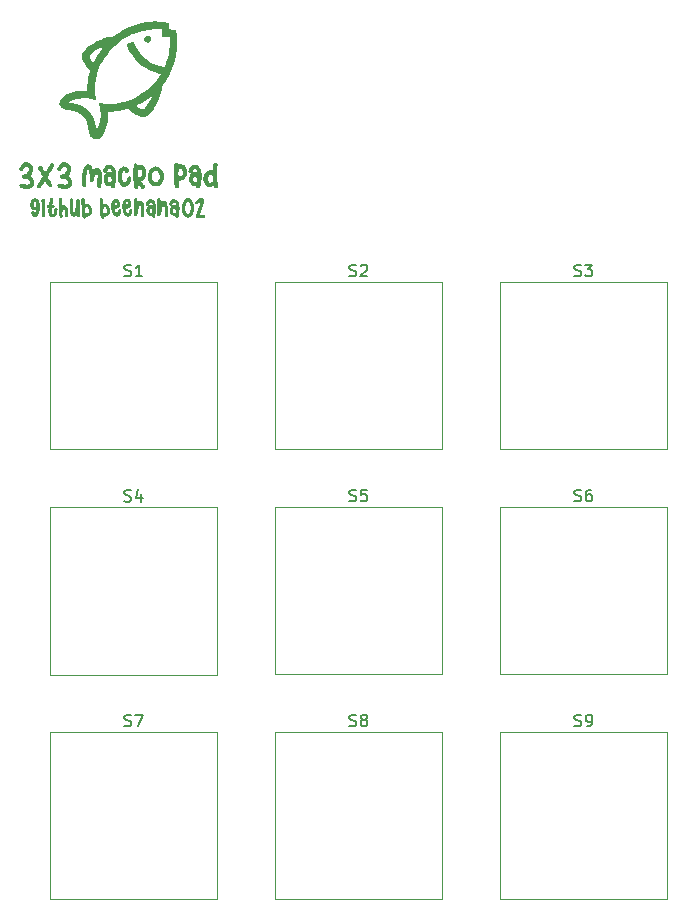
<source format=gbr>
%TF.GenerationSoftware,KiCad,Pcbnew,8.0.8*%
%TF.CreationDate,2025-02-11T16:16:57-05:00*%
%TF.ProjectId,FrutigerAeroNumPad,46727574-6967-4657-9241-65726f4e756d,rev?*%
%TF.SameCoordinates,Original*%
%TF.FileFunction,Legend,Top*%
%TF.FilePolarity,Positive*%
%FSLAX46Y46*%
G04 Gerber Fmt 4.6, Leading zero omitted, Abs format (unit mm)*
G04 Created by KiCad (PCBNEW 8.0.8) date 2025-02-11 16:16:57*
%MOMM*%
%LPD*%
G01*
G04 APERTURE LIST*
%ADD10C,0.350000*%
%ADD11C,0.500000*%
%ADD12C,0.150000*%
%ADD13C,0.120000*%
%ADD14C,0.000000*%
G04 APERTURE END LIST*
D10*
G36*
X121297451Y-64742959D02*
G01*
X121380583Y-64776093D01*
X121450643Y-64831316D01*
X121507629Y-64908628D01*
X121545131Y-64989928D01*
X121563274Y-65046072D01*
X121573960Y-65084967D01*
X121574387Y-65087959D01*
X121572678Y-65091379D01*
X121590033Y-65181806D01*
X121600158Y-65271184D01*
X121604786Y-65356990D01*
X121605589Y-65413657D01*
X121605589Y-65500211D01*
X121605589Y-65529917D01*
X121602250Y-65617572D01*
X121597041Y-65682507D01*
X121587103Y-65772587D01*
X121573532Y-65857324D01*
X121554019Y-65945633D01*
X121530790Y-66026157D01*
X121500443Y-66107368D01*
X121464966Y-66176611D01*
X121409602Y-66246969D01*
X121368368Y-66281330D01*
X121288794Y-66316960D01*
X121235439Y-66322790D01*
X121147978Y-66307341D01*
X121067571Y-66260995D01*
X121032840Y-66229184D01*
X120979739Y-66162034D01*
X120938483Y-66086650D01*
X120930685Y-66068900D01*
X120901847Y-65982496D01*
X120890507Y-65893655D01*
X120917877Y-65812022D01*
X120931967Y-65796630D01*
X121010193Y-65758277D01*
X121031130Y-65756879D01*
X121112633Y-65784250D01*
X121128156Y-65798340D01*
X121166509Y-65876587D01*
X121167906Y-65897930D01*
X121191842Y-65977858D01*
X121226891Y-66036415D01*
X121262704Y-65957040D01*
X121273053Y-65924857D01*
X121295457Y-65839119D01*
X121310841Y-65751300D01*
X121315368Y-65715419D01*
X121234058Y-65744442D01*
X121180301Y-65748331D01*
X121092771Y-65735976D01*
X121011836Y-65698910D01*
X120944633Y-65644423D01*
X120923419Y-65621813D01*
X120869699Y-65543885D01*
X120836707Y-65463262D01*
X120817606Y-65371953D01*
X120812289Y-65283293D01*
X121089687Y-65283293D01*
X121099560Y-65369410D01*
X121120889Y-65420496D01*
X121181584Y-65470505D01*
X121215778Y-65443149D01*
X121261617Y-65368886D01*
X121286730Y-65302099D01*
X121304725Y-65217900D01*
X121305286Y-65129743D01*
X121304682Y-65124290D01*
X121269258Y-65045985D01*
X121204237Y-65009741D01*
X121132914Y-65061942D01*
X121120462Y-65088814D01*
X121097381Y-65176757D01*
X121089808Y-65268959D01*
X121089687Y-65283293D01*
X120812289Y-65283293D01*
X120815985Y-65193027D01*
X120829642Y-65096568D01*
X120853361Y-65009640D01*
X120892791Y-64921965D01*
X120917435Y-64882795D01*
X120974763Y-64816785D01*
X121050115Y-64765067D01*
X121136961Y-64737219D01*
X121201245Y-64731914D01*
X121297451Y-64742959D01*
G37*
G36*
X122068063Y-65643184D02*
G01*
X122076612Y-65731448D01*
X122082596Y-65799622D01*
X122087224Y-65889468D01*
X122087725Y-65937253D01*
X122087725Y-66025086D01*
X122087725Y-66077021D01*
X122082246Y-66162954D01*
X122078749Y-66184304D01*
X122035622Y-66259312D01*
X122030877Y-66263378D01*
X121950901Y-66295153D01*
X121941545Y-66295435D01*
X121917610Y-66294153D01*
X121840209Y-66253347D01*
X121826995Y-66236878D01*
X121802707Y-66152879D01*
X121805197Y-66131731D01*
X121809765Y-66039337D01*
X121806414Y-65944304D01*
X121799667Y-65840414D01*
X121791313Y-65738022D01*
X121785108Y-65669685D01*
X121777201Y-65582718D01*
X121769768Y-65496722D01*
X121767156Y-65464093D01*
X121763010Y-65375833D01*
X121762454Y-65329454D01*
X121769907Y-65243622D01*
X121775704Y-65222171D01*
X121827601Y-65152584D01*
X121846230Y-65141815D01*
X121931276Y-65127018D01*
X121955650Y-65132412D01*
X122027733Y-65182919D01*
X122038998Y-65201227D01*
X122053389Y-65286962D01*
X122047974Y-65307228D01*
X122047492Y-65399354D01*
X122054378Y-65495645D01*
X122062803Y-65589391D01*
X122068063Y-65643184D01*
G37*
G36*
X122035579Y-65067016D02*
G01*
X121962416Y-65111828D01*
X121910343Y-65119161D01*
X121826995Y-65098792D01*
X121784680Y-65067016D01*
X121739500Y-64993285D01*
X121732107Y-64941353D01*
X121752643Y-64858172D01*
X121784680Y-64816117D01*
X121858411Y-64770937D01*
X121910343Y-64763544D01*
X121993725Y-64784080D01*
X122035579Y-64816117D01*
X122080392Y-64889481D01*
X122087725Y-64941353D01*
X122067355Y-65024700D01*
X122035579Y-65067016D01*
G37*
G36*
X123111835Y-65667120D02*
G01*
X123108183Y-65760327D01*
X123097229Y-65850491D01*
X123078972Y-65937611D01*
X123065673Y-65984697D01*
X123032439Y-66073045D01*
X122990440Y-66151626D01*
X122939674Y-66220440D01*
X122928470Y-66233031D01*
X122864370Y-66289644D01*
X122789420Y-66330817D01*
X122702444Y-66349688D01*
X122686120Y-66350145D01*
X122600299Y-66339799D01*
X122585675Y-66335613D01*
X122506601Y-66297999D01*
X122446762Y-66238160D01*
X122404019Y-66167635D01*
X122374954Y-66085997D01*
X122356148Y-66004358D01*
X122345889Y-65921865D01*
X122342043Y-65849203D01*
X122342043Y-65785089D01*
X122345233Y-65695167D01*
X122353047Y-65605327D01*
X122358712Y-65555990D01*
X122341615Y-65561119D01*
X122318107Y-65561119D01*
X122236604Y-65534031D01*
X122221081Y-65520086D01*
X122183141Y-65441709D01*
X122181758Y-65420496D01*
X122209411Y-65338581D01*
X122223646Y-65323043D01*
X122303000Y-65284690D01*
X122324518Y-65283293D01*
X122362131Y-65283293D01*
X122391196Y-65283293D01*
X122399745Y-65227300D01*
X122408721Y-65163614D01*
X122423247Y-65066762D01*
X122436395Y-64972304D01*
X122447289Y-64880191D01*
X122451463Y-64816544D01*
X122480675Y-64733394D01*
X122492496Y-64720801D01*
X122570743Y-64682861D01*
X122592086Y-64681478D01*
X122675845Y-64710386D01*
X122688684Y-64722084D01*
X122727450Y-64799224D01*
X122728862Y-64820391D01*
X122723357Y-64910040D01*
X122712438Y-65002584D01*
X122698106Y-65102450D01*
X122682273Y-65202082D01*
X122667313Y-65284575D01*
X122691676Y-65283293D01*
X122722878Y-65283293D01*
X122753225Y-65283293D01*
X122835987Y-65310098D01*
X122851961Y-65323898D01*
X122891551Y-65401733D01*
X122892993Y-65423061D01*
X122865623Y-65505801D01*
X122851533Y-65521368D01*
X122773568Y-65559721D01*
X122752370Y-65561119D01*
X122724160Y-65561119D01*
X122678853Y-65561119D01*
X122630982Y-65561119D01*
X122624411Y-65648260D01*
X122620163Y-65735749D01*
X122619441Y-65781243D01*
X122621861Y-65880163D01*
X122630799Y-65969703D01*
X122658150Y-66054127D01*
X122688257Y-66072319D01*
X122729290Y-66039835D01*
X122777873Y-65964778D01*
X122804516Y-65895365D01*
X122824969Y-65807149D01*
X122833706Y-65715271D01*
X122834436Y-65677378D01*
X122859267Y-65592641D01*
X122872049Y-65575651D01*
X122947692Y-65533174D01*
X122969075Y-65531626D01*
X123052010Y-65557304D01*
X123068665Y-65570522D01*
X123110317Y-65646143D01*
X123111835Y-65667120D01*
G37*
G36*
X123872224Y-65434174D02*
G01*
X123924483Y-65502695D01*
X123962666Y-65579211D01*
X123992464Y-65669792D01*
X124003016Y-65714564D01*
X124018172Y-65800744D01*
X124029605Y-65898092D01*
X124036442Y-65990420D01*
X124040544Y-66090954D01*
X124041874Y-66180999D01*
X124041912Y-66199692D01*
X124015388Y-66281607D01*
X124001734Y-66297145D01*
X123922179Y-66335508D01*
X123904708Y-66336468D01*
X123901289Y-66336468D01*
X123819786Y-66309097D01*
X123804263Y-66295007D01*
X123765910Y-66215653D01*
X123764513Y-66194135D01*
X123763050Y-66083265D01*
X123758662Y-65983815D01*
X123751350Y-65895786D01*
X123738095Y-65801809D01*
X123716156Y-65712590D01*
X123676666Y-65633604D01*
X123670907Y-65626942D01*
X123646116Y-65615829D01*
X123617906Y-65635491D01*
X123572676Y-65710624D01*
X123546099Y-65794493D01*
X123529217Y-65882914D01*
X123520942Y-65971759D01*
X123520026Y-66012907D01*
X123532461Y-66099943D01*
X123550143Y-66184662D01*
X123554220Y-66200547D01*
X123549336Y-66288431D01*
X123540115Y-66307830D01*
X123476779Y-66366781D01*
X123457194Y-66373654D01*
X123422573Y-66377501D01*
X123341790Y-66349718D01*
X123294314Y-66277010D01*
X123293491Y-66274064D01*
X123273163Y-66180786D01*
X123258103Y-66086178D01*
X123247248Y-65994367D01*
X123239670Y-65908966D01*
X123237498Y-65879123D01*
X123231978Y-65789013D01*
X123227600Y-65699805D01*
X123224365Y-65611498D01*
X123222271Y-65524093D01*
X123221319Y-65437590D01*
X123221256Y-65408955D01*
X123221256Y-65312409D01*
X123221256Y-65222857D01*
X123221256Y-65129077D01*
X123221256Y-65034496D01*
X123221256Y-65024700D01*
X123222007Y-64935809D01*
X123225230Y-64845212D01*
X123228949Y-64799020D01*
X123266890Y-64719774D01*
X123283660Y-64705414D01*
X123366839Y-64674735D01*
X123392653Y-64675494D01*
X123473140Y-64708292D01*
X123490533Y-64726358D01*
X123522180Y-64808577D01*
X123521308Y-64829795D01*
X123512481Y-64925284D01*
X123506641Y-65018038D01*
X123502393Y-65120861D01*
X123500070Y-65214237D01*
X123498854Y-65314604D01*
X123498655Y-65378181D01*
X123579191Y-65344634D01*
X123646971Y-65338003D01*
X123733562Y-65349367D01*
X123817080Y-65387685D01*
X123872224Y-65434174D01*
G37*
G36*
X125013449Y-65738500D02*
G01*
X125013449Y-65843178D01*
X125013449Y-65933079D01*
X125013449Y-66021455D01*
X125013449Y-66114125D01*
X125013449Y-66153102D01*
X124988900Y-66235495D01*
X124976263Y-66252265D01*
X124898601Y-66294381D01*
X124880947Y-66295435D01*
X124796080Y-66271169D01*
X124779220Y-66258676D01*
X124737104Y-66182345D01*
X124736050Y-66165070D01*
X124742461Y-66136005D01*
X124691014Y-66213073D01*
X124618068Y-66269123D01*
X124528509Y-66294034D01*
X124498402Y-66295435D01*
X124408642Y-66280136D01*
X124329355Y-66234240D01*
X124308625Y-66215506D01*
X124256896Y-66147065D01*
X124217360Y-66064759D01*
X124204333Y-66028294D01*
X124179884Y-65941254D01*
X124162653Y-65855902D01*
X124150181Y-65764624D01*
X124149195Y-65755170D01*
X124141964Y-65666805D01*
X124137099Y-65572896D01*
X124134761Y-65484767D01*
X124134235Y-65415794D01*
X124134235Y-65321360D01*
X124134235Y-65225270D01*
X124134235Y-65127523D01*
X124134235Y-65040636D01*
X124134235Y-65028120D01*
X124134235Y-64939454D01*
X124134235Y-64861424D01*
X124161041Y-64779357D01*
X124174841Y-64763544D01*
X124252393Y-64723954D01*
X124273576Y-64722511D01*
X124355361Y-64749599D01*
X124371029Y-64763544D01*
X124410207Y-64841096D01*
X124411634Y-64862279D01*
X124411634Y-64948474D01*
X124411634Y-65034531D01*
X124411915Y-65143805D01*
X124412756Y-65245305D01*
X124414159Y-65339031D01*
X124416122Y-65424984D01*
X124419365Y-65521493D01*
X124424414Y-65621270D01*
X124429586Y-65691056D01*
X124439459Y-65786986D01*
X124452838Y-65878849D01*
X124472985Y-65965222D01*
X124499256Y-66019318D01*
X124540677Y-65939727D01*
X124567995Y-65850717D01*
X124589617Y-65761010D01*
X124595854Y-65732089D01*
X124613082Y-65639133D01*
X124627587Y-65546629D01*
X124639492Y-65460497D01*
X124651229Y-65366142D01*
X124662800Y-65263564D01*
X124671936Y-65175581D01*
X124680611Y-65089629D01*
X124691244Y-65000831D01*
X124693735Y-64983240D01*
X124713370Y-64899091D01*
X124762613Y-64822643D01*
X124845711Y-64791087D01*
X124854019Y-64790899D01*
X124936269Y-64816987D01*
X124955746Y-64833641D01*
X124997634Y-64908581D01*
X125001053Y-64922118D01*
X125010350Y-65008351D01*
X125013146Y-65103216D01*
X125013449Y-65155920D01*
X125013449Y-65244718D01*
X125013449Y-65338053D01*
X125013449Y-65427978D01*
X125013449Y-65528942D01*
X125013449Y-65617663D01*
X125013449Y-65713449D01*
X125013449Y-65738500D01*
G37*
G36*
X125359910Y-64709695D02*
G01*
X125375478Y-64724221D01*
X125413326Y-64800919D01*
X125415228Y-64825948D01*
X125415228Y-64891771D01*
X125415228Y-64983345D01*
X125415228Y-65080537D01*
X125415228Y-65169769D01*
X125415228Y-65260639D01*
X125497187Y-65233391D01*
X125587804Y-65224343D01*
X125594319Y-65224308D01*
X125600303Y-65224308D01*
X125686498Y-65233716D01*
X125771768Y-65264677D01*
X125787943Y-65273462D01*
X125861254Y-65325179D01*
X125920102Y-65388165D01*
X125926856Y-65397415D01*
X125974193Y-65474138D01*
X126010204Y-65554707D01*
X126033883Y-65640909D01*
X126040551Y-65714564D01*
X126035500Y-65804984D01*
X126020348Y-65892879D01*
X125997808Y-65970592D01*
X125963464Y-66050543D01*
X125914016Y-66128432D01*
X125868726Y-66180458D01*
X125801324Y-66238104D01*
X125723419Y-66280028D01*
X125634060Y-66299243D01*
X125617400Y-66299709D01*
X125613981Y-66299709D01*
X125540891Y-66293298D01*
X125533625Y-66367242D01*
X125480243Y-66437450D01*
X125472076Y-66442469D01*
X125407107Y-66459566D01*
X125322858Y-66430848D01*
X125287855Y-66386049D01*
X125252846Y-66304673D01*
X125226940Y-66219391D01*
X125204821Y-66119775D01*
X125189281Y-66025810D01*
X125176370Y-65921890D01*
X125169886Y-65854760D01*
X125162373Y-65759037D01*
X125156868Y-65671822D01*
X125422922Y-65671822D01*
X125422922Y-65688064D01*
X125422922Y-65738928D01*
X125423777Y-65787654D01*
X125434462Y-65826122D01*
X125455814Y-65911451D01*
X125497294Y-65969310D01*
X125571793Y-66014490D01*
X125620820Y-66021883D01*
X125652876Y-66002649D01*
X125702458Y-65949648D01*
X125741727Y-65870408D01*
X125746055Y-65856042D01*
X125761482Y-65770108D01*
X125763152Y-65728242D01*
X125746125Y-65640599D01*
X125714853Y-65579071D01*
X125654160Y-65516860D01*
X125598166Y-65502134D01*
X125595174Y-65502134D01*
X125512217Y-65523671D01*
X125474640Y-65552143D01*
X125429033Y-65626247D01*
X125422922Y-65671822D01*
X125156868Y-65671822D01*
X125155861Y-65655874D01*
X125150352Y-65545271D01*
X125146877Y-65457436D01*
X125143965Y-65365417D01*
X125141617Y-65269212D01*
X125139833Y-65168823D01*
X125138612Y-65064249D01*
X125137955Y-64955489D01*
X125137829Y-64880658D01*
X125137829Y-64820819D01*
X125164917Y-64738339D01*
X125178862Y-64722511D01*
X125256393Y-64682921D01*
X125277170Y-64681478D01*
X125359910Y-64709695D01*
G37*
G36*
X126893511Y-64709695D02*
G01*
X126909078Y-64724221D01*
X126946927Y-64800919D01*
X126948829Y-64825948D01*
X126948829Y-64891771D01*
X126948829Y-64983345D01*
X126948829Y-65080537D01*
X126948829Y-65169769D01*
X126948829Y-65260639D01*
X127030788Y-65233391D01*
X127121405Y-65224343D01*
X127127920Y-65224308D01*
X127133904Y-65224308D01*
X127220099Y-65233716D01*
X127305369Y-65264677D01*
X127321544Y-65273462D01*
X127394855Y-65325179D01*
X127453703Y-65388165D01*
X127460457Y-65397415D01*
X127507794Y-65474138D01*
X127543805Y-65554707D01*
X127567484Y-65640788D01*
X127574152Y-65714137D01*
X127569101Y-65804506D01*
X127553949Y-65892250D01*
X127531409Y-65969737D01*
X127497065Y-66049739D01*
X127447617Y-66127797D01*
X127402327Y-66180030D01*
X127334406Y-66237883D01*
X127256401Y-66279957D01*
X127167510Y-66299242D01*
X127151001Y-66299709D01*
X127147582Y-66299709D01*
X127074492Y-66292443D01*
X127067226Y-66366815D01*
X127016456Y-66435677D01*
X127005676Y-66442469D01*
X126940708Y-66459566D01*
X126856458Y-66430848D01*
X126821456Y-66386049D01*
X126786447Y-66304673D01*
X126760541Y-66219391D01*
X126738422Y-66119775D01*
X126722881Y-66025810D01*
X126709971Y-65921890D01*
X126703487Y-65854760D01*
X126695974Y-65759037D01*
X126690469Y-65671822D01*
X126956523Y-65671822D01*
X126956523Y-65688064D01*
X126956523Y-65738928D01*
X126957377Y-65787654D01*
X126968063Y-65826122D01*
X126989415Y-65911451D01*
X127030895Y-65969310D01*
X127105393Y-66014490D01*
X127154420Y-66021883D01*
X127186477Y-66002649D01*
X127236059Y-65949648D01*
X127275328Y-65870408D01*
X127279656Y-65856042D01*
X127295083Y-65770108D01*
X127296753Y-65728242D01*
X127279726Y-65640599D01*
X127248454Y-65579071D01*
X127187761Y-65516860D01*
X127131767Y-65502134D01*
X127128775Y-65502134D01*
X127045818Y-65523671D01*
X127008241Y-65552143D01*
X126962634Y-65626247D01*
X126956523Y-65671822D01*
X126690469Y-65671822D01*
X126689462Y-65655874D01*
X126683952Y-65545271D01*
X126680477Y-65457436D01*
X126677566Y-65365417D01*
X126675218Y-65269212D01*
X126673434Y-65168823D01*
X126672213Y-65064249D01*
X126671555Y-64955489D01*
X126671430Y-64880658D01*
X126671430Y-64820819D01*
X126698518Y-64738339D01*
X126712463Y-64722511D01*
X126789994Y-64682921D01*
X126810771Y-64681478D01*
X126893511Y-64709695D01*
G37*
G36*
X128151901Y-64775693D02*
G01*
X128193918Y-64791754D01*
X128267447Y-64840696D01*
X128290089Y-64864416D01*
X128339536Y-64937906D01*
X128352920Y-64965716D01*
X128381884Y-65046772D01*
X128389251Y-65078129D01*
X128399832Y-65163238D01*
X128400364Y-65186694D01*
X128396192Y-65273953D01*
X128381205Y-65362056D01*
X128378566Y-65372197D01*
X128349119Y-65455263D01*
X128324283Y-65497860D01*
X128263313Y-65560067D01*
X128246919Y-65571377D01*
X128167211Y-65607181D01*
X128164853Y-65607708D01*
X128086634Y-65615829D01*
X127998758Y-65603793D01*
X127943874Y-65577788D01*
X127955881Y-65664928D01*
X127972512Y-65741492D01*
X127996554Y-65825054D01*
X128022521Y-65892801D01*
X128062769Y-65969603D01*
X128073384Y-65985124D01*
X128109288Y-66017609D01*
X128135361Y-66006496D01*
X128161434Y-65968882D01*
X128184515Y-65918446D01*
X128205031Y-65854332D01*
X128220418Y-65794493D01*
X128232386Y-65739355D01*
X128276513Y-65665709D01*
X128293508Y-65653443D01*
X128377616Y-65631651D01*
X128398227Y-65634636D01*
X128472285Y-65678350D01*
X128484567Y-65695330D01*
X128506077Y-65778613D01*
X128502946Y-65799194D01*
X128489269Y-65862026D01*
X128471744Y-65929559D01*
X128447808Y-66003504D01*
X128417889Y-66074029D01*
X128379420Y-66144126D01*
X128330694Y-66203111D01*
X128270000Y-66252265D01*
X128196482Y-66283040D01*
X128111314Y-66295423D01*
X128108433Y-66295435D01*
X128017457Y-66280283D01*
X127941589Y-66240212D01*
X127872233Y-66175096D01*
X127865656Y-66167207D01*
X127810943Y-66089835D01*
X127769350Y-66012658D01*
X127734381Y-65927574D01*
X127709218Y-65846639D01*
X127689233Y-65761528D01*
X127674156Y-65674495D01*
X127663988Y-65585539D01*
X127658728Y-65494661D01*
X127657927Y-65441867D01*
X127660226Y-65348366D01*
X127667123Y-65261808D01*
X127679119Y-65181993D01*
X127981488Y-65181993D01*
X128011735Y-65263150D01*
X128018674Y-65274317D01*
X128050303Y-65313212D01*
X128075094Y-65333729D01*
X128086207Y-65338003D01*
X128098602Y-65334156D01*
X128120586Y-65248681D01*
X128122965Y-65187122D01*
X128108222Y-65102630D01*
X128105014Y-65093088D01*
X128063553Y-65041370D01*
X127991751Y-65091110D01*
X127989609Y-65094371D01*
X127982770Y-65098645D01*
X127985335Y-65106766D01*
X127981488Y-65181993D01*
X127679119Y-65181993D01*
X127680982Y-65169597D01*
X127704483Y-65075784D01*
X127723323Y-65023418D01*
X127746831Y-64987514D01*
X127747259Y-64972127D01*
X127794873Y-64897576D01*
X127823340Y-64864843D01*
X127892505Y-64809850D01*
X127912245Y-64799875D01*
X127993456Y-64771665D01*
X128063553Y-64763544D01*
X128151901Y-64775693D01*
G37*
G36*
X129095656Y-64775693D02*
G01*
X129137672Y-64791754D01*
X129211202Y-64840696D01*
X129233843Y-64864416D01*
X129283291Y-64937906D01*
X129296674Y-64965716D01*
X129325639Y-65046772D01*
X129333006Y-65078129D01*
X129343587Y-65163238D01*
X129344119Y-65186694D01*
X129339946Y-65273953D01*
X129324960Y-65362056D01*
X129322320Y-65372197D01*
X129292873Y-65455263D01*
X129268037Y-65497860D01*
X129207067Y-65560067D01*
X129190673Y-65571377D01*
X129110965Y-65607181D01*
X129108607Y-65607708D01*
X129030389Y-65615829D01*
X128942513Y-65603793D01*
X128887629Y-65577788D01*
X128899635Y-65664928D01*
X128916266Y-65741492D01*
X128940309Y-65825054D01*
X128966275Y-65892801D01*
X129006523Y-65969603D01*
X129017138Y-65985124D01*
X129053042Y-66017609D01*
X129079115Y-66006496D01*
X129105188Y-65968882D01*
X129128269Y-65918446D01*
X129148785Y-65854332D01*
X129164173Y-65794493D01*
X129176141Y-65739355D01*
X129220267Y-65665709D01*
X129237262Y-65653443D01*
X129321370Y-65631651D01*
X129341981Y-65634636D01*
X129416040Y-65678350D01*
X129428321Y-65695330D01*
X129449831Y-65778613D01*
X129446701Y-65799194D01*
X129433023Y-65862026D01*
X129415499Y-65929559D01*
X129391563Y-66003504D01*
X129361643Y-66074029D01*
X129323175Y-66144126D01*
X129274448Y-66203111D01*
X129213754Y-66252265D01*
X129140237Y-66283040D01*
X129055068Y-66295423D01*
X129052187Y-66295435D01*
X128961212Y-66280283D01*
X128885344Y-66240212D01*
X128815987Y-66175096D01*
X128809410Y-66167207D01*
X128754698Y-66089835D01*
X128713104Y-66012658D01*
X128678135Y-65927574D01*
X128652972Y-65846639D01*
X128632987Y-65761528D01*
X128617910Y-65674495D01*
X128607742Y-65585539D01*
X128602483Y-65494661D01*
X128601681Y-65441867D01*
X128603980Y-65348366D01*
X128610878Y-65261808D01*
X128622873Y-65181993D01*
X128925242Y-65181993D01*
X128955489Y-65263150D01*
X128962428Y-65274317D01*
X128994058Y-65313212D01*
X129018848Y-65333729D01*
X129029961Y-65338003D01*
X129042357Y-65334156D01*
X129064341Y-65248681D01*
X129066720Y-65187122D01*
X129051976Y-65102630D01*
X129048768Y-65093088D01*
X129007308Y-65041370D01*
X128935506Y-65091110D01*
X128933363Y-65094371D01*
X128926524Y-65098645D01*
X128929089Y-65106766D01*
X128925242Y-65181993D01*
X128622873Y-65181993D01*
X128624736Y-65169597D01*
X128648238Y-65075784D01*
X128667077Y-65023418D01*
X128690586Y-64987514D01*
X128691013Y-64972127D01*
X128738628Y-64897576D01*
X128767095Y-64864843D01*
X128836259Y-64809850D01*
X128855999Y-64799875D01*
X128937210Y-64771665D01*
X129007308Y-64763544D01*
X129095656Y-64775693D01*
G37*
G36*
X130307962Y-65023418D02*
G01*
X130361701Y-65097594D01*
X130397254Y-65175462D01*
X130410116Y-65212767D01*
X130434263Y-65300520D01*
X130450692Y-65385203D01*
X130461862Y-65474562D01*
X130462690Y-65483755D01*
X130469677Y-65578339D01*
X130473753Y-65667605D01*
X130475733Y-65760793D01*
X130475940Y-65803469D01*
X130475940Y-65889141D01*
X130475940Y-65984436D01*
X130475940Y-66078582D01*
X130475940Y-66140707D01*
X130475940Y-66212514D01*
X130449134Y-66293757D01*
X130435335Y-66309540D01*
X130358628Y-66348718D01*
X130337882Y-66350145D01*
X130254990Y-66323339D01*
X130239146Y-66309540D01*
X130199969Y-66232834D01*
X130198541Y-66212087D01*
X130198541Y-66132159D01*
X130198541Y-66039071D01*
X130198541Y-65951670D01*
X130198541Y-65858745D01*
X130198541Y-65773247D01*
X130198541Y-65753033D01*
X130197623Y-65659174D01*
X130194491Y-65569911D01*
X130189138Y-65495295D01*
X130177597Y-65406391D01*
X130161783Y-65335438D01*
X130134134Y-65253418D01*
X130132718Y-65250381D01*
X130119467Y-65225590D01*
X130070848Y-65300986D01*
X130036828Y-65387212D01*
X130008871Y-65474707D01*
X130000643Y-65502989D01*
X129977295Y-65592695D01*
X129955025Y-65690384D01*
X129934569Y-65788378D01*
X129916558Y-65880095D01*
X129897670Y-65980953D01*
X129893787Y-66002221D01*
X129877992Y-66086833D01*
X129872416Y-66116344D01*
X129841400Y-66202733D01*
X129772562Y-66260819D01*
X129725809Y-66268080D01*
X129723245Y-66268080D01*
X129640247Y-66239905D01*
X129635195Y-66236023D01*
X129589304Y-66160514D01*
X129585614Y-66141989D01*
X129577762Y-66044034D01*
X129573956Y-65944959D01*
X129571656Y-65841757D01*
X129570387Y-65745686D01*
X129569625Y-65637608D01*
X129569387Y-65548669D01*
X129569372Y-65517521D01*
X129569492Y-65425841D01*
X129569852Y-65340097D01*
X129570707Y-65235004D01*
X129571990Y-65140462D01*
X129574193Y-65037125D01*
X129577065Y-64950275D01*
X129582208Y-64856384D01*
X129583049Y-64845609D01*
X129616627Y-64765799D01*
X129631348Y-64751148D01*
X129713326Y-64718826D01*
X129730511Y-64719519D01*
X129809214Y-64752967D01*
X129823689Y-64767818D01*
X129855770Y-64848127D01*
X129855319Y-64869545D01*
X129849475Y-64961058D01*
X129847305Y-65051468D01*
X129846770Y-65138823D01*
X129892229Y-65061879D01*
X129954299Y-64997084D01*
X130037028Y-64953694D01*
X130122032Y-64941353D01*
X130210845Y-64957060D01*
X130288040Y-65004184D01*
X130307962Y-65023418D01*
G37*
G36*
X131101263Y-64822181D02*
G01*
X131189109Y-64851014D01*
X131265594Y-64900605D01*
X131310273Y-64945199D01*
X131359229Y-65015674D01*
X131394922Y-65093653D01*
X131401315Y-65111895D01*
X131426069Y-65198779D01*
X131441987Y-65286645D01*
X131444912Y-65311930D01*
X131451554Y-65400514D01*
X131454680Y-65493429D01*
X131455171Y-65552570D01*
X131453453Y-65644841D01*
X131448302Y-65730646D01*
X131440638Y-65803041D01*
X131428557Y-65892520D01*
X131414842Y-65985314D01*
X131401742Y-66068900D01*
X131387628Y-66159783D01*
X131376952Y-66240725D01*
X131350428Y-66322227D01*
X131336774Y-66337750D01*
X131257219Y-66376530D01*
X131239748Y-66377501D01*
X131157247Y-66351541D01*
X131141013Y-66338177D01*
X131101011Y-66261732D01*
X131099555Y-66240759D01*
X131046980Y-66244999D01*
X130959785Y-66232603D01*
X130873131Y-66198167D01*
X130797497Y-66145616D01*
X130738848Y-66082831D01*
X130721282Y-66058641D01*
X130677479Y-65979500D01*
X130648012Y-65892582D01*
X130632880Y-65797888D01*
X130630786Y-65744912D01*
X130908067Y-65744912D01*
X130917149Y-65834350D01*
X130944398Y-65901776D01*
X131007833Y-65963323D01*
X131027746Y-65971019D01*
X131091859Y-65953495D01*
X131136739Y-65908188D01*
X131145287Y-65876986D01*
X131149989Y-65838090D01*
X131154263Y-65791501D01*
X131154263Y-65790219D01*
X131154263Y-65788081D01*
X131142806Y-65700006D01*
X131102118Y-65622668D01*
X131033649Y-65567129D01*
X131004665Y-65561119D01*
X130939696Y-65616257D01*
X130911155Y-65700575D01*
X130908067Y-65744912D01*
X130630786Y-65744912D01*
X130630668Y-65741920D01*
X130637510Y-65652619D01*
X130658038Y-65565999D01*
X130672128Y-65526925D01*
X130712869Y-65448178D01*
X130767718Y-65380719D01*
X130797791Y-65353390D01*
X130870433Y-65308005D01*
X130957340Y-65285004D01*
X130990560Y-65283293D01*
X131075819Y-65293355D01*
X131157182Y-65326470D01*
X131172215Y-65335866D01*
X131165397Y-65243370D01*
X131139758Y-65160755D01*
X131114513Y-65124290D01*
X131032476Y-65091838D01*
X131029028Y-65091806D01*
X130945248Y-65110340D01*
X130902510Y-65144379D01*
X130859371Y-65220264D01*
X130857203Y-65239268D01*
X130828600Y-65320446D01*
X130817025Y-65332874D01*
X130737470Y-65370403D01*
X130720000Y-65371342D01*
X130637498Y-65345383D01*
X130621264Y-65332019D01*
X130580816Y-65254707D01*
X130579804Y-65237985D01*
X130589979Y-65151196D01*
X130596474Y-65126428D01*
X130630373Y-65044978D01*
X130649047Y-65013587D01*
X130702245Y-64945444D01*
X130734959Y-64913570D01*
X130806520Y-64864316D01*
X130857630Y-64841335D01*
X130942756Y-64819216D01*
X131013641Y-64813980D01*
X131101263Y-64822181D01*
G37*
G36*
X132294633Y-65023418D02*
G01*
X132348372Y-65097594D01*
X132383925Y-65175462D01*
X132396788Y-65212767D01*
X132420934Y-65300520D01*
X132437364Y-65385203D01*
X132448533Y-65474562D01*
X132449361Y-65483755D01*
X132456348Y-65578339D01*
X132460424Y-65667605D01*
X132462404Y-65760793D01*
X132462611Y-65803469D01*
X132462611Y-65889141D01*
X132462611Y-65984436D01*
X132462611Y-66078582D01*
X132462611Y-66140707D01*
X132462611Y-66212514D01*
X132435805Y-66293757D01*
X132422006Y-66309540D01*
X132345300Y-66348718D01*
X132324553Y-66350145D01*
X132241661Y-66323339D01*
X132225818Y-66309540D01*
X132186640Y-66232834D01*
X132185212Y-66212087D01*
X132185212Y-66132159D01*
X132185212Y-66039071D01*
X132185212Y-65951670D01*
X132185212Y-65858745D01*
X132185212Y-65773247D01*
X132185212Y-65753033D01*
X132184294Y-65659174D01*
X132181163Y-65569911D01*
X132175809Y-65495295D01*
X132164269Y-65406391D01*
X132148454Y-65335438D01*
X132120805Y-65253418D01*
X132119389Y-65250381D01*
X132106139Y-65225590D01*
X132057519Y-65300986D01*
X132023499Y-65387212D01*
X131995543Y-65474707D01*
X131987315Y-65502989D01*
X131963967Y-65592695D01*
X131941696Y-65690384D01*
X131921240Y-65788378D01*
X131903229Y-65880095D01*
X131884341Y-65980953D01*
X131880458Y-66002221D01*
X131864664Y-66086833D01*
X131859087Y-66116344D01*
X131828072Y-66202733D01*
X131759233Y-66260819D01*
X131712480Y-66268080D01*
X131709916Y-66268080D01*
X131626919Y-66239905D01*
X131621866Y-66236023D01*
X131575975Y-66160514D01*
X131572285Y-66141989D01*
X131564434Y-66044034D01*
X131560627Y-65944959D01*
X131558327Y-65841757D01*
X131557058Y-65745686D01*
X131556297Y-65637608D01*
X131556059Y-65548669D01*
X131556043Y-65517521D01*
X131556163Y-65425841D01*
X131556524Y-65340097D01*
X131557379Y-65235004D01*
X131558661Y-65140462D01*
X131560865Y-65037125D01*
X131563737Y-64950275D01*
X131568879Y-64856384D01*
X131569720Y-64845609D01*
X131603298Y-64765799D01*
X131618019Y-64751148D01*
X131699997Y-64718826D01*
X131717182Y-64719519D01*
X131795885Y-64752967D01*
X131810361Y-64767818D01*
X131842441Y-64848127D01*
X131841990Y-64869545D01*
X131836146Y-64961058D01*
X131833976Y-65051468D01*
X131833442Y-65138823D01*
X131878900Y-65061879D01*
X131940970Y-64997084D01*
X132023699Y-64953694D01*
X132108703Y-64941353D01*
X132197516Y-64957060D01*
X132274711Y-65004184D01*
X132294633Y-65023418D01*
G37*
G36*
X133087934Y-64822181D02*
G01*
X133175780Y-64851014D01*
X133252266Y-64900605D01*
X133296945Y-64945199D01*
X133345900Y-65015674D01*
X133381594Y-65093653D01*
X133387986Y-65111895D01*
X133412740Y-65198779D01*
X133428658Y-65286645D01*
X133431584Y-65311930D01*
X133438225Y-65400514D01*
X133441351Y-65493429D01*
X133441842Y-65552570D01*
X133440125Y-65644841D01*
X133434973Y-65730646D01*
X133427309Y-65803041D01*
X133415228Y-65892520D01*
X133401513Y-65985314D01*
X133388414Y-66068900D01*
X133374300Y-66159783D01*
X133363623Y-66240725D01*
X133337099Y-66322227D01*
X133323445Y-66337750D01*
X133243890Y-66376530D01*
X133226420Y-66377501D01*
X133143918Y-66351541D01*
X133127685Y-66338177D01*
X133087682Y-66261732D01*
X133086226Y-66240759D01*
X133033651Y-66244999D01*
X132946456Y-66232603D01*
X132859803Y-66198167D01*
X132784168Y-66145616D01*
X132725519Y-66082831D01*
X132707953Y-66058641D01*
X132664150Y-65979500D01*
X132634683Y-65892582D01*
X132619551Y-65797888D01*
X132617457Y-65744912D01*
X132894738Y-65744912D01*
X132903821Y-65834350D01*
X132931069Y-65901776D01*
X132994504Y-65963323D01*
X133014417Y-65971019D01*
X133078531Y-65953495D01*
X133123410Y-65908188D01*
X133131959Y-65876986D01*
X133136660Y-65838090D01*
X133140935Y-65791501D01*
X133140935Y-65790219D01*
X133140935Y-65788081D01*
X133129477Y-65700006D01*
X133088789Y-65622668D01*
X133020321Y-65567129D01*
X132991336Y-65561119D01*
X132926367Y-65616257D01*
X132897827Y-65700575D01*
X132894738Y-65744912D01*
X132617457Y-65744912D01*
X132617339Y-65741920D01*
X132624182Y-65652619D01*
X132644709Y-65565999D01*
X132658799Y-65526925D01*
X132699540Y-65448178D01*
X132754389Y-65380719D01*
X132784462Y-65353390D01*
X132857104Y-65308005D01*
X132944012Y-65285004D01*
X132977231Y-65283293D01*
X133062491Y-65293355D01*
X133143854Y-65326470D01*
X133158887Y-65335866D01*
X133152068Y-65243370D01*
X133126429Y-65160755D01*
X133101184Y-65124290D01*
X133019147Y-65091838D01*
X133015699Y-65091806D01*
X132931919Y-65110340D01*
X132889181Y-65144379D01*
X132846042Y-65220264D01*
X132843874Y-65239268D01*
X132815271Y-65320446D01*
X132803696Y-65332874D01*
X132724141Y-65370403D01*
X132706671Y-65371342D01*
X132624170Y-65345383D01*
X132607936Y-65332019D01*
X132567488Y-65254707D01*
X132566476Y-65237985D01*
X132576650Y-65151196D01*
X132583145Y-65126428D01*
X132617044Y-65044978D01*
X132635718Y-65013587D01*
X132688916Y-64945444D01*
X132721631Y-64913570D01*
X132793191Y-64864316D01*
X132844302Y-64841335D01*
X132929428Y-64819216D01*
X133000312Y-64813980D01*
X133087934Y-64822181D01*
G37*
G36*
X134247722Y-64715286D02*
G01*
X134330018Y-64747469D01*
X134406804Y-64801105D01*
X134421500Y-64814407D01*
X134483045Y-64882448D01*
X134530884Y-64953828D01*
X134572257Y-65035466D01*
X134603156Y-65115315D01*
X134628470Y-65201115D01*
X134647568Y-65290964D01*
X134660447Y-65384864D01*
X134667109Y-65482813D01*
X134668124Y-65540602D01*
X134665840Y-65626790D01*
X134657402Y-65723582D01*
X134642746Y-65816325D01*
X134621872Y-65905018D01*
X134603156Y-65965890D01*
X134572257Y-66045613D01*
X134530884Y-66127258D01*
X134483045Y-66198805D01*
X134421500Y-66267225D01*
X134353632Y-66320532D01*
X134272989Y-66359301D01*
X134186836Y-66376531D01*
X134159916Y-66377501D01*
X134072335Y-66366731D01*
X133990181Y-66334424D01*
X133913454Y-66280579D01*
X133898759Y-66267225D01*
X133837387Y-66198805D01*
X133789588Y-66127258D01*
X133748148Y-66045613D01*
X133717104Y-65965890D01*
X133691789Y-65880090D01*
X133672691Y-65790240D01*
X133659812Y-65696341D01*
X133653150Y-65598392D01*
X133652135Y-65540602D01*
X133929534Y-65540602D01*
X133932269Y-65628118D01*
X133942372Y-65722926D01*
X133959921Y-65809880D01*
X133989093Y-65899639D01*
X134007325Y-65940672D01*
X134051019Y-66017534D01*
X134113058Y-66084147D01*
X134159916Y-66099674D01*
X134231723Y-66060779D01*
X134284360Y-65992751D01*
X134306950Y-65952213D01*
X134339862Y-65872391D01*
X134363751Y-65786594D01*
X134366790Y-65773122D01*
X134382287Y-65682166D01*
X134389580Y-65593950D01*
X134390725Y-65540602D01*
X134387359Y-65449741D01*
X134377261Y-65363087D01*
X134366790Y-65307656D01*
X134343555Y-65219813D01*
X134311391Y-65137855D01*
X134306950Y-65128992D01*
X134260935Y-65054093D01*
X134231723Y-65020854D01*
X134159488Y-64982385D01*
X134088108Y-65020854D01*
X134033742Y-65092271D01*
X134013309Y-65128992D01*
X133980397Y-65208493D01*
X133956508Y-65294185D01*
X133953470Y-65307656D01*
X133937972Y-65398682D01*
X133930679Y-65487089D01*
X133929534Y-65540602D01*
X133652135Y-65540602D01*
X133654419Y-65454414D01*
X133662857Y-65357622D01*
X133677513Y-65264880D01*
X133698387Y-65176187D01*
X133717104Y-65115315D01*
X133748148Y-65035466D01*
X133789588Y-64953828D01*
X133837387Y-64882448D01*
X133898759Y-64814407D01*
X133966593Y-64761307D01*
X134047119Y-64722688D01*
X134133072Y-64705525D01*
X134159916Y-64704559D01*
X134247722Y-64715286D01*
G37*
G36*
X135490490Y-66127029D02*
G01*
X135572709Y-66154400D01*
X135588798Y-66168490D01*
X135628800Y-66245890D01*
X135630258Y-66266797D01*
X135603170Y-66348452D01*
X135589225Y-66364250D01*
X135511390Y-66403428D01*
X135490062Y-66404856D01*
X135421247Y-66404856D01*
X135329913Y-66404856D01*
X135241797Y-66404856D01*
X135183599Y-66404856D01*
X135090110Y-66403300D01*
X134998804Y-66397175D01*
X134927999Y-66385194D01*
X134851596Y-66346793D01*
X134821142Y-66309967D01*
X134799083Y-66226645D01*
X134818578Y-66161651D01*
X134856058Y-66078811D01*
X134891846Y-65990980D01*
X134926697Y-65900960D01*
X134957869Y-65817929D01*
X134991967Y-65725108D01*
X135028989Y-65622496D01*
X135038702Y-65595313D01*
X135075888Y-65489652D01*
X135109013Y-65392580D01*
X135138078Y-65304096D01*
X135168699Y-65205569D01*
X135192975Y-65120462D01*
X135213732Y-65036047D01*
X135222494Y-64990506D01*
X135146977Y-65044227D01*
X135087254Y-65112815D01*
X135038454Y-65184756D01*
X135032290Y-65194816D01*
X134967131Y-65250989D01*
X134946805Y-65257220D01*
X134859919Y-65249970D01*
X134841231Y-65240123D01*
X134785471Y-65174985D01*
X134779255Y-65155065D01*
X134786504Y-65068722D01*
X134796352Y-65049919D01*
X134844927Y-64976241D01*
X134903999Y-64901655D01*
X134966864Y-64837328D01*
X135033522Y-64783259D01*
X135042121Y-64777221D01*
X135121067Y-64730939D01*
X135202110Y-64699804D01*
X135294616Y-64682974D01*
X135332343Y-64681478D01*
X135418255Y-64702743D01*
X135480232Y-64766536D01*
X135500321Y-64811843D01*
X135507159Y-64893481D01*
X135500349Y-64983293D01*
X135491345Y-65037096D01*
X135472516Y-65121701D01*
X135450721Y-65206657D01*
X135433642Y-65269188D01*
X135408191Y-65357398D01*
X135381991Y-65442222D01*
X135352425Y-65533083D01*
X135323794Y-65617539D01*
X135293035Y-65705937D01*
X135262736Y-65791080D01*
X135232895Y-65872967D01*
X135197693Y-65966934D01*
X135163152Y-66056212D01*
X135134872Y-66127029D01*
X135222659Y-66127029D01*
X135314188Y-66127029D01*
X135402438Y-66127029D01*
X135414408Y-66127029D01*
X135490490Y-66127029D01*
G37*
D11*
G36*
X121116005Y-63268830D02*
G01*
X121123618Y-63378685D01*
X121115220Y-63499036D01*
X121087696Y-63606867D01*
X121031409Y-63716847D01*
X120949090Y-63809787D01*
X120935204Y-63821673D01*
X120842014Y-63881976D01*
X120733697Y-63922543D01*
X120624715Y-63942035D01*
X120535135Y-63946420D01*
X120417841Y-63939757D01*
X120306700Y-63922995D01*
X120187617Y-63896030D01*
X120079226Y-63864796D01*
X120003723Y-63839808D01*
X119914450Y-63772219D01*
X119900958Y-63748584D01*
X119885805Y-63637459D01*
X119892715Y-63611197D01*
X119959412Y-63521394D01*
X119982841Y-63507882D01*
X120093602Y-63492031D01*
X120119678Y-63499090D01*
X120231318Y-63535452D01*
X120340592Y-63564063D01*
X120376865Y-63571630D01*
X120490158Y-63586873D01*
X120557117Y-63586468D01*
X120657134Y-63568882D01*
X120709890Y-63541405D01*
X120761224Y-63440207D01*
X120762179Y-63324296D01*
X120760998Y-63313893D01*
X120753305Y-63278722D01*
X120721980Y-63225965D01*
X120657684Y-63164416D01*
X120557269Y-63116870D01*
X120543378Y-63112209D01*
X120433428Y-63087088D01*
X120367523Y-63079786D01*
X120255592Y-63075117D01*
X120244425Y-63073191D01*
X120148211Y-63019883D01*
X120134515Y-63003399D01*
X120098451Y-62895628D01*
X120099344Y-62878652D01*
X120144124Y-62774848D01*
X120155948Y-62762698D01*
X120259571Y-62716175D01*
X120276848Y-62715437D01*
X120355433Y-62715437D01*
X120455725Y-62669824D01*
X120540045Y-62591490D01*
X120559864Y-62568158D01*
X120627018Y-62473911D01*
X120677258Y-62372932D01*
X120684611Y-62352736D01*
X120710927Y-62244724D01*
X120707143Y-62215349D01*
X120646716Y-62120707D01*
X120614269Y-62090053D01*
X120511147Y-62047565D01*
X120499964Y-62047188D01*
X120392429Y-62084851D01*
X120343893Y-62126872D01*
X120276595Y-62214706D01*
X120226083Y-62312902D01*
X120212001Y-62347240D01*
X120140867Y-62434532D01*
X120116930Y-62447258D01*
X120006894Y-62457751D01*
X119981192Y-62449456D01*
X119895491Y-62379048D01*
X119882823Y-62355484D01*
X119872330Y-62244890D01*
X119880625Y-62218647D01*
X119924972Y-62117164D01*
X119983576Y-62012905D01*
X120050630Y-61921148D01*
X120136164Y-61832865D01*
X120229745Y-61763796D01*
X120339332Y-61713564D01*
X120454823Y-61691239D01*
X120490621Y-61689983D01*
X120604627Y-61701801D01*
X120712398Y-61737257D01*
X120804962Y-61790000D01*
X120896676Y-61867670D01*
X120967430Y-61954396D01*
X121026163Y-62056470D01*
X121031375Y-62067521D01*
X121063524Y-62178667D01*
X121062219Y-62295094D01*
X121061051Y-62303277D01*
X121036692Y-62416142D01*
X120998239Y-62525852D01*
X120984664Y-62556618D01*
X120930568Y-62659685D01*
X120866374Y-62755390D01*
X120846178Y-62781382D01*
X120804962Y-62831391D01*
X120899147Y-62895604D01*
X120922015Y-62915471D01*
X120998574Y-62995121D01*
X121017087Y-63020435D01*
X121070281Y-63117518D01*
X121073141Y-63124299D01*
X121104465Y-63209479D01*
X121116005Y-63268830D01*
G37*
G36*
X122575051Y-61778460D02*
G01*
X122686259Y-61779744D01*
X122710789Y-61790550D01*
X122788593Y-61870223D01*
X122798716Y-61895513D01*
X122798130Y-62006554D01*
X122787176Y-62031251D01*
X122728429Y-62139083D01*
X122668113Y-62243926D01*
X122608848Y-62344493D01*
X122539794Y-62459897D01*
X122481580Y-62556188D01*
X122417859Y-62660825D01*
X122348632Y-62773809D01*
X122273899Y-62895138D01*
X122337243Y-63009624D01*
X122395384Y-63112930D01*
X122460742Y-63226341D01*
X122517969Y-63322284D01*
X122584428Y-63427256D01*
X122634951Y-63497991D01*
X122674049Y-63602278D01*
X122672870Y-63629332D01*
X122627354Y-63730494D01*
X122607474Y-63748584D01*
X122502663Y-63787997D01*
X122494817Y-63788151D01*
X122389788Y-63752948D01*
X122356881Y-63720007D01*
X122287242Y-63624552D01*
X122225265Y-63529452D01*
X122166699Y-63433412D01*
X122103111Y-63323965D01*
X122057928Y-63243551D01*
X121990711Y-63354052D01*
X121931120Y-63452275D01*
X121867353Y-63557787D01*
X121806560Y-63659075D01*
X121747537Y-63759205D01*
X121733695Y-63783755D01*
X121654212Y-63860841D01*
X121578174Y-63876079D01*
X121491345Y-63853547D01*
X121416946Y-63770860D01*
X121407814Y-63745286D01*
X121411777Y-63633381D01*
X121423202Y-63608999D01*
X121481698Y-63508076D01*
X121543444Y-63404907D01*
X121608802Y-63297003D01*
X121670188Y-63196324D01*
X121739663Y-63082886D01*
X121817226Y-62956687D01*
X121840857Y-62918219D01*
X121861190Y-62885796D01*
X121793132Y-62761555D01*
X121731566Y-62650693D01*
X121676491Y-62553209D01*
X121616776Y-62450166D01*
X121558507Y-62354107D01*
X121498490Y-62266457D01*
X121459029Y-62162170D01*
X121460021Y-62135116D01*
X121506067Y-62033591D01*
X121525967Y-62015314D01*
X121630254Y-61976580D01*
X121657308Y-61977945D01*
X121758470Y-62024354D01*
X121776560Y-62044440D01*
X121848076Y-62144915D01*
X121910080Y-62243666D01*
X121971054Y-62346938D01*
X122027385Y-62446133D01*
X122076063Y-62534086D01*
X122148706Y-62415925D01*
X122214686Y-62307639D01*
X122274003Y-62209227D01*
X122338778Y-62100099D01*
X122402766Y-61989511D01*
X122458470Y-61888573D01*
X122470637Y-61865288D01*
X122549948Y-61788043D01*
X122575051Y-61778460D01*
G37*
G36*
X124334149Y-63268830D02*
G01*
X124341762Y-63378685D01*
X124333364Y-63499036D01*
X124305839Y-63606867D01*
X124249553Y-63716847D01*
X124167233Y-63809787D01*
X124153348Y-63821673D01*
X124060158Y-63881976D01*
X123951841Y-63922543D01*
X123842859Y-63942035D01*
X123753278Y-63946420D01*
X123635985Y-63939757D01*
X123524844Y-63922995D01*
X123405761Y-63896030D01*
X123297370Y-63864796D01*
X123221867Y-63839808D01*
X123132594Y-63772219D01*
X123119102Y-63748584D01*
X123103949Y-63637459D01*
X123110859Y-63611197D01*
X123177556Y-63521394D01*
X123200984Y-63507882D01*
X123311746Y-63492031D01*
X123337821Y-63499090D01*
X123449462Y-63535452D01*
X123558736Y-63564063D01*
X123595009Y-63571630D01*
X123708301Y-63586873D01*
X123775260Y-63586468D01*
X123875278Y-63568882D01*
X123928034Y-63541405D01*
X123979367Y-63440207D01*
X123980323Y-63324296D01*
X123979142Y-63313893D01*
X123971448Y-63278722D01*
X123940124Y-63225965D01*
X123875827Y-63164416D01*
X123775413Y-63116870D01*
X123761522Y-63112209D01*
X123651572Y-63087088D01*
X123585667Y-63079786D01*
X123473735Y-63075117D01*
X123462568Y-63073191D01*
X123366355Y-63019883D01*
X123352659Y-63003399D01*
X123316595Y-62895628D01*
X123317488Y-62878652D01*
X123362268Y-62774848D01*
X123374091Y-62762698D01*
X123477715Y-62716175D01*
X123494992Y-62715437D01*
X123573577Y-62715437D01*
X123673869Y-62669824D01*
X123758189Y-62591490D01*
X123778008Y-62568158D01*
X123845162Y-62473911D01*
X123895402Y-62372932D01*
X123902755Y-62352736D01*
X123929070Y-62244724D01*
X123925286Y-62215349D01*
X123864860Y-62120707D01*
X123832413Y-62090053D01*
X123729290Y-62047565D01*
X123718107Y-62047188D01*
X123610572Y-62084851D01*
X123562036Y-62126872D01*
X123494738Y-62214706D01*
X123444227Y-62312902D01*
X123430145Y-62347240D01*
X123359011Y-62434532D01*
X123335074Y-62447258D01*
X123225038Y-62457751D01*
X123199336Y-62449456D01*
X123113634Y-62379048D01*
X123100967Y-62355484D01*
X123090474Y-62244890D01*
X123098769Y-62218647D01*
X123143116Y-62117164D01*
X123201720Y-62012905D01*
X123268773Y-61921148D01*
X123354308Y-61832865D01*
X123447889Y-61763796D01*
X123557476Y-61713564D01*
X123672967Y-61691239D01*
X123708765Y-61689983D01*
X123822770Y-61701801D01*
X123930541Y-61737257D01*
X124023106Y-61790000D01*
X124114820Y-61867670D01*
X124185574Y-61954396D01*
X124244307Y-62056470D01*
X124249519Y-62067521D01*
X124281667Y-62178667D01*
X124280363Y-62295094D01*
X124279194Y-62303277D01*
X124254836Y-62416142D01*
X124216383Y-62525852D01*
X124202807Y-62556618D01*
X124148711Y-62659685D01*
X124084518Y-62755390D01*
X124064322Y-62781382D01*
X124023106Y-62831391D01*
X124117291Y-62895604D01*
X124140159Y-62915471D01*
X124216718Y-62995121D01*
X124235231Y-63020435D01*
X124288425Y-63117518D01*
X124291284Y-63124299D01*
X124322608Y-63209479D01*
X124334149Y-63268830D01*
G37*
G36*
X126710388Y-62262061D02*
G01*
X126775702Y-62357108D01*
X126818648Y-62462096D01*
X126843555Y-62569201D01*
X126855276Y-62682236D01*
X126857117Y-62754454D01*
X126857117Y-62868991D01*
X126857117Y-62979111D01*
X126857117Y-63075389D01*
X126854844Y-63187287D01*
X126848833Y-63303550D01*
X126840212Y-63420026D01*
X126837882Y-63447432D01*
X126828809Y-63559277D01*
X126821946Y-63659557D01*
X126788932Y-63766858D01*
X126771937Y-63787602D01*
X126674515Y-63839034D01*
X126647190Y-63840908D01*
X126642793Y-63840908D01*
X126535002Y-63804914D01*
X126518046Y-63790349D01*
X126467145Y-63692229D01*
X126465290Y-63665053D01*
X126469165Y-63553726D01*
X126474950Y-63443581D01*
X126476281Y-63419955D01*
X126483247Y-63297198D01*
X126489032Y-63185496D01*
X126494416Y-63066047D01*
X126498548Y-62946811D01*
X126500461Y-62825346D01*
X126496786Y-62710525D01*
X126479731Y-62593137D01*
X126441659Y-62514852D01*
X126431218Y-62521996D01*
X126390552Y-62570906D01*
X126338663Y-62669531D01*
X126333399Y-62682464D01*
X126297476Y-62791109D01*
X126269102Y-62895138D01*
X126242904Y-63008946D01*
X126220654Y-63124946D01*
X126203706Y-63228163D01*
X126152916Y-63328902D01*
X126140508Y-63340271D01*
X126036223Y-63383007D01*
X126019058Y-63383685D01*
X125911648Y-63347080D01*
X125898708Y-63335874D01*
X125845225Y-63239791D01*
X125842104Y-63218821D01*
X125842104Y-63104384D01*
X125842104Y-63081984D01*
X125840945Y-62952179D01*
X125837468Y-62835203D01*
X125830480Y-62714945D01*
X125818631Y-62598888D01*
X125809132Y-62537933D01*
X125785226Y-62423043D01*
X125753799Y-62314884D01*
X125706916Y-62229637D01*
X125704168Y-62235683D01*
X125645916Y-62334051D01*
X125611931Y-62439577D01*
X125587115Y-62540131D01*
X125569281Y-62648611D01*
X125560196Y-62758232D01*
X125556280Y-62871439D01*
X125555791Y-62933606D01*
X125555791Y-63049853D01*
X125555791Y-63174514D01*
X125555791Y-63288064D01*
X125555791Y-63407796D01*
X125555791Y-63533711D01*
X125555791Y-63625485D01*
X125521326Y-63732954D01*
X125503584Y-63753530D01*
X125405129Y-63803901D01*
X125378287Y-63805737D01*
X125271712Y-63770546D01*
X125251342Y-63752431D01*
X125200970Y-63652748D01*
X125199135Y-63626035D01*
X125199135Y-63543603D01*
X125199135Y-63421708D01*
X125199135Y-63310073D01*
X125199135Y-63195347D01*
X125199135Y-63092425D01*
X125200440Y-62975372D01*
X125204356Y-62862165D01*
X125211881Y-62739406D01*
X125220018Y-62647293D01*
X125234720Y-62533015D01*
X125255335Y-62423258D01*
X125285173Y-62306608D01*
X125299152Y-62261511D01*
X125339123Y-62157859D01*
X125395589Y-62055438D01*
X125449728Y-61988387D01*
X125539785Y-61917057D01*
X125649905Y-61876934D01*
X125714610Y-61871333D01*
X125837460Y-61893265D01*
X125941061Y-61959059D01*
X126014542Y-62050365D01*
X126064972Y-62151071D01*
X126105582Y-62274155D01*
X126119076Y-62329655D01*
X126195737Y-62244116D01*
X126300495Y-62181905D01*
X126412396Y-62155466D01*
X126467488Y-62152701D01*
X126578361Y-62170750D01*
X126679100Y-62230556D01*
X126710388Y-62262061D01*
G37*
G36*
X127628130Y-61911553D02*
G01*
X127741075Y-61948623D01*
X127839414Y-62012384D01*
X127896858Y-62069719D01*
X127959801Y-62160330D01*
X128005693Y-62260588D01*
X128013912Y-62284043D01*
X128045738Y-62395751D01*
X128066204Y-62508721D01*
X128069965Y-62541230D01*
X128078505Y-62655124D01*
X128082523Y-62774586D01*
X128083155Y-62850625D01*
X128080947Y-62969258D01*
X128074323Y-63079580D01*
X128064470Y-63172659D01*
X128048937Y-63287703D01*
X128031303Y-63407010D01*
X128014461Y-63514477D01*
X127996314Y-63631328D01*
X127982588Y-63735395D01*
X127948486Y-63840184D01*
X127930930Y-63860142D01*
X127828645Y-63910002D01*
X127806183Y-63911250D01*
X127700110Y-63877873D01*
X127679238Y-63860691D01*
X127627806Y-63762404D01*
X127625935Y-63735439D01*
X127558338Y-63740890D01*
X127446230Y-63724953D01*
X127334818Y-63680678D01*
X127237574Y-63613112D01*
X127162168Y-63532388D01*
X127139583Y-63501288D01*
X127083266Y-63399534D01*
X127045379Y-63287783D01*
X127025924Y-63166033D01*
X127023232Y-63097921D01*
X127379735Y-63097921D01*
X127391413Y-63212913D01*
X127426447Y-63299604D01*
X127508006Y-63378736D01*
X127533608Y-63388631D01*
X127616040Y-63366099D01*
X127673742Y-63307848D01*
X127684733Y-63267731D01*
X127690778Y-63217722D01*
X127696274Y-63157821D01*
X127696274Y-63156173D01*
X127696274Y-63153425D01*
X127681542Y-63040186D01*
X127629229Y-62940751D01*
X127541199Y-62869344D01*
X127503933Y-62861616D01*
X127420402Y-62932507D01*
X127383706Y-63040916D01*
X127379735Y-63097921D01*
X127023232Y-63097921D01*
X127023080Y-63094074D01*
X127031877Y-62979259D01*
X127058270Y-62867891D01*
X127076386Y-62817652D01*
X127128766Y-62716407D01*
X127199286Y-62629673D01*
X127237952Y-62594536D01*
X127331349Y-62536183D01*
X127443087Y-62506611D01*
X127485798Y-62504411D01*
X127595417Y-62517349D01*
X127700027Y-62559925D01*
X127719355Y-62572005D01*
X127710588Y-62453082D01*
X127677624Y-62346863D01*
X127645166Y-62299979D01*
X127539690Y-62258255D01*
X127535257Y-62258214D01*
X127427539Y-62282044D01*
X127372591Y-62325808D01*
X127317127Y-62423374D01*
X127314339Y-62447807D01*
X127277564Y-62552179D01*
X127262682Y-62568158D01*
X127160397Y-62616410D01*
X127137935Y-62617617D01*
X127031862Y-62584241D01*
X127010990Y-62567059D01*
X126958985Y-62467658D01*
X126957684Y-62446159D01*
X126970765Y-62334572D01*
X126979116Y-62302727D01*
X127022700Y-62198006D01*
X127046710Y-62157647D01*
X127115108Y-62070034D01*
X127157169Y-62029053D01*
X127249175Y-61965726D01*
X127314889Y-61936180D01*
X127424336Y-61907741D01*
X127515473Y-61901009D01*
X127628130Y-61911553D01*
G37*
G36*
X129114104Y-62917670D02*
G01*
X129223302Y-62896628D01*
X129249842Y-62902282D01*
X129342352Y-62964347D01*
X129357003Y-62986912D01*
X129378575Y-63095944D01*
X129372940Y-63122650D01*
X129346562Y-63211677D01*
X129308763Y-63317436D01*
X129306994Y-63322136D01*
X129263015Y-63425350D01*
X129250941Y-63449081D01*
X129193230Y-63542819D01*
X129176202Y-63567233D01*
X129102529Y-63652447D01*
X129076734Y-63674395D01*
X128979731Y-63732134D01*
X128953636Y-63743088D01*
X128842044Y-63768848D01*
X128802511Y-63770566D01*
X128788772Y-63770016D01*
X128779430Y-63768917D01*
X128668398Y-63747241D01*
X128555157Y-63695292D01*
X128468017Y-63626056D01*
X128392028Y-63534627D01*
X128362874Y-63488648D01*
X128311888Y-63387553D01*
X128271451Y-63276334D01*
X128241563Y-63154992D01*
X128224715Y-63046140D01*
X128215192Y-62930258D01*
X128212847Y-62832490D01*
X128216716Y-62718183D01*
X128230090Y-62600761D01*
X128255834Y-62483249D01*
X128261757Y-62463195D01*
X128302535Y-62353637D01*
X128355955Y-62257450D01*
X128388702Y-62215349D01*
X128470310Y-62138001D01*
X128557963Y-62084008D01*
X128663199Y-62049792D01*
X128748655Y-62041693D01*
X128753052Y-62041693D01*
X128864465Y-62056168D01*
X128883294Y-62062026D01*
X128979465Y-62105440D01*
X129052554Y-62168638D01*
X129102563Y-62231286D01*
X129139383Y-62292835D01*
X129147076Y-62308223D01*
X129170267Y-62416193D01*
X129165211Y-62442862D01*
X129105993Y-62536460D01*
X129083879Y-62551672D01*
X128975377Y-62575755D01*
X128948690Y-62570906D01*
X128855091Y-62511158D01*
X128839880Y-62489023D01*
X128828889Y-62471438D01*
X128787123Y-62408790D01*
X128739313Y-62398898D01*
X128648026Y-62467658D01*
X128623908Y-62511555D01*
X128588683Y-62620593D01*
X128572903Y-62740200D01*
X128569503Y-62842931D01*
X128573582Y-62953055D01*
X128579944Y-63019336D01*
X128598363Y-63131005D01*
X128614566Y-63199037D01*
X128657662Y-63303612D01*
X128689304Y-63346865D01*
X128783238Y-63406725D01*
X128808006Y-63411162D01*
X128827790Y-63408415D01*
X128861862Y-63384234D01*
X128909672Y-63325983D01*
X128960813Y-63224307D01*
X128966825Y-63210028D01*
X129005012Y-63106828D01*
X129030023Y-63024831D01*
X129091725Y-62932321D01*
X129114104Y-62917670D01*
G37*
G36*
X129757622Y-61783955D02*
G01*
X129855836Y-61835221D01*
X129869730Y-61852099D01*
X129908198Y-61944972D01*
X130016648Y-61907191D01*
X130096143Y-61901009D01*
X130209899Y-61913271D01*
X130324737Y-61956378D01*
X130415138Y-62020752D01*
X130485222Y-62097197D01*
X130551099Y-62202332D01*
X130593301Y-62305877D01*
X130621093Y-62420203D01*
X130634474Y-62545312D01*
X130635798Y-62602230D01*
X130627211Y-62716020D01*
X130601451Y-62827132D01*
X130558518Y-62935564D01*
X130498411Y-63041318D01*
X130427142Y-63135359D01*
X130340805Y-63216358D01*
X130237229Y-63275563D01*
X130182422Y-63293010D01*
X130254714Y-63379151D01*
X130326919Y-63464944D01*
X130371466Y-63517774D01*
X130445566Y-63606373D01*
X130490717Y-63660656D01*
X130531963Y-63764581D01*
X130531384Y-63791448D01*
X130486566Y-63893363D01*
X130466537Y-63912349D01*
X130360342Y-63952856D01*
X130352232Y-63953015D01*
X130244864Y-63916848D01*
X130215944Y-63888718D01*
X130166485Y-63829367D01*
X130101089Y-63748584D01*
X130029787Y-63658250D01*
X130006017Y-63628233D01*
X129937496Y-63541018D01*
X129935675Y-63538657D01*
X129938090Y-63653820D01*
X129946666Y-63765070D01*
X129925234Y-63874771D01*
X129910396Y-63897511D01*
X129817037Y-63960354D01*
X129795541Y-63964006D01*
X129774658Y-63964006D01*
X129667134Y-63934257D01*
X129645515Y-63918943D01*
X129585889Y-63825686D01*
X129582317Y-63804637D01*
X129570285Y-63690258D01*
X129560292Y-63558007D01*
X129553766Y-63439339D01*
X129548546Y-63309234D01*
X129544630Y-63167692D01*
X129542550Y-63054029D01*
X129541204Y-62933933D01*
X129540592Y-62807403D01*
X129540552Y-62763797D01*
X129540552Y-62742364D01*
X129540552Y-62636302D01*
X129540552Y-62623662D01*
X129540552Y-62615419D01*
X129897207Y-62615419D01*
X129897207Y-62675869D01*
X129897207Y-62734121D01*
X129936731Y-62840706D01*
X129964252Y-62881949D01*
X130047518Y-62954418D01*
X130049432Y-62954489D01*
X130149442Y-62907865D01*
X130202205Y-62846229D01*
X130254799Y-62746031D01*
X130277940Y-62634894D01*
X130279142Y-62601131D01*
X130270435Y-62485018D01*
X130238750Y-62376512D01*
X130226386Y-62352186D01*
X130149707Y-62271429D01*
X130093395Y-62258214D01*
X129995301Y-62318183D01*
X129962603Y-62364826D01*
X129915664Y-62472712D01*
X129897782Y-62588658D01*
X129897207Y-62615419D01*
X129540552Y-62615419D01*
X129540552Y-62609924D01*
X129540878Y-62485675D01*
X129541857Y-62372863D01*
X129543998Y-62247932D01*
X129547914Y-62121605D01*
X129554337Y-62006749D01*
X129561434Y-61936180D01*
X129609071Y-61836274D01*
X129629029Y-61818577D01*
X129735791Y-61782048D01*
X129757622Y-61783955D01*
G37*
G36*
X131540997Y-62056550D02*
G01*
X131653045Y-62087357D01*
X131674440Y-62096098D01*
X131773600Y-62149284D01*
X131862867Y-62223318D01*
X131867881Y-62228538D01*
X131942344Y-62318801D01*
X132001673Y-62415651D01*
X132005267Y-62422528D01*
X132052601Y-62529102D01*
X132086411Y-62641714D01*
X132089897Y-62657185D01*
X132108681Y-62766218D01*
X132116945Y-62876934D01*
X132117375Y-62908877D01*
X132109985Y-63030221D01*
X132087815Y-63146957D01*
X132050866Y-63259085D01*
X132023952Y-63319388D01*
X131966229Y-63420258D01*
X131898159Y-63508956D01*
X131810393Y-63593234D01*
X131771710Y-63622738D01*
X131669980Y-63682147D01*
X131563312Y-63719552D01*
X131451707Y-63734955D01*
X131428793Y-63735395D01*
X131316490Y-63724393D01*
X131209017Y-63691388D01*
X131106375Y-63636380D01*
X131086426Y-63622738D01*
X130993550Y-63544470D01*
X130920883Y-63461182D01*
X130858561Y-63365722D01*
X130834184Y-63319388D01*
X130789023Y-63209820D01*
X130758643Y-63095643D01*
X130743042Y-62976859D01*
X130740761Y-62908877D01*
X131097417Y-62908877D01*
X131107452Y-63019387D01*
X131141674Y-63132023D01*
X131200182Y-63235307D01*
X131280501Y-63322376D01*
X131382412Y-63373166D01*
X131428793Y-63378189D01*
X131542097Y-63346795D01*
X131631893Y-63268795D01*
X131657954Y-63235307D01*
X131716462Y-63132023D01*
X131750683Y-63019387D01*
X131760719Y-62908877D01*
X131751628Y-62795226D01*
X131741485Y-62742364D01*
X131708667Y-62633643D01*
X131685431Y-62579149D01*
X131620258Y-62485876D01*
X131581017Y-62452753D01*
X131475272Y-62408219D01*
X131428793Y-62404393D01*
X131318843Y-62433004D01*
X131228237Y-62510808D01*
X131196335Y-62553870D01*
X131144171Y-62652767D01*
X131111327Y-62762612D01*
X131097803Y-62883405D01*
X131097417Y-62908877D01*
X130740761Y-62908877D01*
X130746463Y-62794777D01*
X130763567Y-62684937D01*
X130796440Y-62566457D01*
X130831986Y-62478032D01*
X130888912Y-62372695D01*
X130956445Y-62280486D01*
X131034585Y-62201404D01*
X131082579Y-62163142D01*
X131184867Y-62101995D01*
X131292523Y-62063494D01*
X131405545Y-62047641D01*
X131428793Y-62047188D01*
X131540997Y-62056550D01*
G37*
G36*
X133207125Y-61719109D02*
G01*
X133305338Y-61769838D01*
X133319233Y-61786703D01*
X133357701Y-61880126D01*
X133466150Y-61842345D01*
X133545646Y-61836162D01*
X133659814Y-61848458D01*
X133774787Y-61891687D01*
X133865016Y-61956241D01*
X133934725Y-62032900D01*
X134000361Y-62138001D01*
X134042409Y-62241459D01*
X134070100Y-62355647D01*
X134083432Y-62480563D01*
X134084751Y-62537383D01*
X134074970Y-62654817D01*
X134048193Y-62765293D01*
X134040238Y-62789076D01*
X133995879Y-62895314D01*
X133939739Y-62991876D01*
X133921536Y-63017687D01*
X133843982Y-63104514D01*
X133751455Y-63175403D01*
X133737987Y-63183650D01*
X133633563Y-63230195D01*
X133524308Y-63248243D01*
X133509376Y-63248497D01*
X133398000Y-63231083D01*
X133376935Y-63222118D01*
X133377534Y-63336892D01*
X133379747Y-63457218D01*
X133384272Y-63576830D01*
X133391908Y-63688567D01*
X133393971Y-63710116D01*
X133372901Y-63821240D01*
X133358250Y-63844205D01*
X133265674Y-63907729D01*
X133244494Y-63911250D01*
X133223612Y-63911250D01*
X133116087Y-63881501D01*
X133094468Y-63866187D01*
X133034842Y-63772929D01*
X133031270Y-63751881D01*
X133019238Y-63635545D01*
X133009246Y-63501204D01*
X133002720Y-63380768D01*
X132997499Y-63248808D01*
X132993584Y-63105325D01*
X132991503Y-62990150D01*
X132990157Y-62868494D01*
X132989546Y-62740356D01*
X132989505Y-62696202D01*
X132989505Y-62686860D01*
X132989505Y-62629707D01*
X132989505Y-62572005D01*
X132989505Y-62562663D01*
X132989505Y-62553320D01*
X133346160Y-62553320D01*
X133346160Y-62612122D01*
X133346160Y-62669275D01*
X133385684Y-62776143D01*
X133413205Y-62817652D01*
X133496472Y-62891219D01*
X133498385Y-62891291D01*
X133598395Y-62844667D01*
X133651159Y-62783031D01*
X133703752Y-62682833D01*
X133726893Y-62571696D01*
X133728095Y-62537933D01*
X133719207Y-62421995D01*
X133686862Y-62313014D01*
X133674240Y-62288439D01*
X133597733Y-62206737D01*
X133542349Y-62193367D01*
X133444255Y-62253955D01*
X133411556Y-62301079D01*
X133366852Y-62402103D01*
X133347182Y-62517643D01*
X133346160Y-62553320D01*
X132989505Y-62553320D01*
X132989857Y-62430024D01*
X132990913Y-62317599D01*
X132993223Y-62192355D01*
X132997448Y-62064482D01*
X133004379Y-61946211D01*
X133012036Y-61871333D01*
X133058947Y-61771427D01*
X133078531Y-61753730D01*
X133185149Y-61717201D01*
X133207125Y-61719109D01*
G37*
G36*
X134860161Y-61911553D02*
G01*
X134973105Y-61948623D01*
X135071444Y-62012384D01*
X135128889Y-62069719D01*
X135191832Y-62160330D01*
X135237723Y-62260588D01*
X135245942Y-62284043D01*
X135277769Y-62395751D01*
X135298235Y-62508721D01*
X135301996Y-62541230D01*
X135310536Y-62655124D01*
X135314554Y-62774586D01*
X135315185Y-62850625D01*
X135312977Y-62969258D01*
X135306354Y-63079580D01*
X135296501Y-63172659D01*
X135280967Y-63287703D01*
X135263334Y-63407010D01*
X135246492Y-63514477D01*
X135228345Y-63631328D01*
X135214618Y-63735395D01*
X135180516Y-63840184D01*
X135162961Y-63860142D01*
X135060676Y-63910002D01*
X135038214Y-63911250D01*
X134932141Y-63877873D01*
X134911269Y-63860691D01*
X134859837Y-63762404D01*
X134857966Y-63735439D01*
X134790368Y-63740890D01*
X134678261Y-63724953D01*
X134566849Y-63680678D01*
X134469605Y-63613112D01*
X134394199Y-63532388D01*
X134371614Y-63501288D01*
X134315296Y-63399534D01*
X134277410Y-63287783D01*
X134257955Y-63166033D01*
X134255262Y-63097921D01*
X134611766Y-63097921D01*
X134623444Y-63212913D01*
X134658477Y-63299604D01*
X134740037Y-63378736D01*
X134765639Y-63388631D01*
X134848071Y-63366099D01*
X134905773Y-63307848D01*
X134916764Y-63267731D01*
X134922809Y-63217722D01*
X134928305Y-63157821D01*
X134928305Y-63156173D01*
X134928305Y-63153425D01*
X134913573Y-63040186D01*
X134861260Y-62940751D01*
X134773229Y-62869344D01*
X134735963Y-62861616D01*
X134652432Y-62932507D01*
X134615737Y-63040916D01*
X134611766Y-63097921D01*
X134255262Y-63097921D01*
X134255110Y-63094074D01*
X134263908Y-62979259D01*
X134290301Y-62867891D01*
X134308416Y-62817652D01*
X134360797Y-62716407D01*
X134431317Y-62629673D01*
X134469983Y-62594536D01*
X134563379Y-62536183D01*
X134675118Y-62506611D01*
X134717828Y-62504411D01*
X134827448Y-62517349D01*
X134932057Y-62559925D01*
X134951386Y-62572005D01*
X134942619Y-62453082D01*
X134909654Y-62346863D01*
X134877197Y-62299979D01*
X134771720Y-62258255D01*
X134767287Y-62258214D01*
X134659570Y-62282044D01*
X134604622Y-62325808D01*
X134549157Y-62423374D01*
X134546370Y-62447807D01*
X134509594Y-62552179D01*
X134494712Y-62568158D01*
X134392428Y-62616410D01*
X134369965Y-62617617D01*
X134263892Y-62584241D01*
X134243020Y-62567059D01*
X134191016Y-62467658D01*
X134189714Y-62446159D01*
X134202795Y-62334572D01*
X134211147Y-62302727D01*
X134254731Y-62198006D01*
X134278741Y-62157647D01*
X134347138Y-62070034D01*
X134389200Y-62029053D01*
X134481206Y-61965726D01*
X134546919Y-61936180D01*
X134656367Y-61907741D01*
X134747504Y-61901009D01*
X134860161Y-61911553D01*
G37*
G36*
X136505503Y-61722956D02*
G01*
X136606664Y-61768499D01*
X136624754Y-61788901D01*
X136663852Y-61894249D01*
X136662673Y-61921342D01*
X136652974Y-62042838D01*
X136648449Y-62153306D01*
X136646236Y-62265236D01*
X136645637Y-62372520D01*
X136645637Y-62488407D01*
X136645637Y-62611443D01*
X136645637Y-62741628D01*
X136645637Y-62855576D01*
X136645637Y-62974488D01*
X136645637Y-63073191D01*
X136647006Y-63193743D01*
X136651111Y-63305010D01*
X136659651Y-63426275D01*
X136674595Y-63550853D01*
X136698242Y-63670946D01*
X136701691Y-63684287D01*
X136696137Y-63796918D01*
X136684655Y-63821673D01*
X136604569Y-63899166D01*
X136585187Y-63906304D01*
X136543971Y-63911250D01*
X136438195Y-63877727D01*
X136435161Y-63875529D01*
X136370893Y-63784144D01*
X136369765Y-63780457D01*
X136345454Y-63669110D01*
X136343936Y-63660656D01*
X136246295Y-63718616D01*
X136132319Y-63757578D01*
X136022732Y-63770458D01*
X136011461Y-63770566D01*
X135989479Y-63770566D01*
X135875980Y-63752742D01*
X135799885Y-63720007D01*
X135707220Y-63655314D01*
X135634472Y-63580972D01*
X135568088Y-63486819D01*
X135517315Y-63380765D01*
X135492139Y-63303451D01*
X135469825Y-63191831D01*
X135465472Y-63123249D01*
X135824460Y-63123249D01*
X135845604Y-63232063D01*
X135898492Y-63333288D01*
X135911443Y-63349613D01*
X136002633Y-63413111D01*
X136008163Y-63413360D01*
X136118620Y-63380227D01*
X136183469Y-63336424D01*
X136261966Y-63255610D01*
X136288981Y-63185848D01*
X136288981Y-63075419D01*
X136288981Y-62975922D01*
X136261289Y-62866742D01*
X136218090Y-62803913D01*
X136126035Y-62734627D01*
X136053226Y-62720932D01*
X136045532Y-62720932D01*
X135943003Y-62767167D01*
X135901551Y-62818751D01*
X135848864Y-62921909D01*
X135827362Y-63011642D01*
X135824460Y-63123249D01*
X135465472Y-63123249D01*
X135462575Y-63077613D01*
X135469058Y-62971525D01*
X135491751Y-62862384D01*
X135508076Y-62811058D01*
X135553499Y-62707288D01*
X135589409Y-62645644D01*
X135657288Y-62555190D01*
X135709760Y-62501113D01*
X135798940Y-62435365D01*
X135870227Y-62401096D01*
X135978013Y-62370880D01*
X136066415Y-62363727D01*
X136181554Y-62375319D01*
X136288981Y-62416483D01*
X136289735Y-62287490D01*
X136291995Y-62171712D01*
X136296537Y-62053339D01*
X136304239Y-61940081D01*
X136310414Y-61881225D01*
X136356264Y-61780594D01*
X136375810Y-61762523D01*
X136478674Y-61722337D01*
X136505503Y-61722956D01*
G37*
D12*
X147828095Y-109405950D02*
X147970952Y-109453569D01*
X147970952Y-109453569D02*
X148209047Y-109453569D01*
X148209047Y-109453569D02*
X148304285Y-109405950D01*
X148304285Y-109405950D02*
X148351904Y-109358330D01*
X148351904Y-109358330D02*
X148399523Y-109263092D01*
X148399523Y-109263092D02*
X148399523Y-109167854D01*
X148399523Y-109167854D02*
X148351904Y-109072616D01*
X148351904Y-109072616D02*
X148304285Y-109024997D01*
X148304285Y-109024997D02*
X148209047Y-108977378D01*
X148209047Y-108977378D02*
X148018571Y-108929759D01*
X148018571Y-108929759D02*
X147923333Y-108882140D01*
X147923333Y-108882140D02*
X147875714Y-108834521D01*
X147875714Y-108834521D02*
X147828095Y-108739283D01*
X147828095Y-108739283D02*
X147828095Y-108644045D01*
X147828095Y-108644045D02*
X147875714Y-108548807D01*
X147875714Y-108548807D02*
X147923333Y-108501188D01*
X147923333Y-108501188D02*
X148018571Y-108453569D01*
X148018571Y-108453569D02*
X148256666Y-108453569D01*
X148256666Y-108453569D02*
X148399523Y-108501188D01*
X148970952Y-108882140D02*
X148875714Y-108834521D01*
X148875714Y-108834521D02*
X148828095Y-108786902D01*
X148828095Y-108786902D02*
X148780476Y-108691664D01*
X148780476Y-108691664D02*
X148780476Y-108644045D01*
X148780476Y-108644045D02*
X148828095Y-108548807D01*
X148828095Y-108548807D02*
X148875714Y-108501188D01*
X148875714Y-108501188D02*
X148970952Y-108453569D01*
X148970952Y-108453569D02*
X149161428Y-108453569D01*
X149161428Y-108453569D02*
X149256666Y-108501188D01*
X149256666Y-108501188D02*
X149304285Y-108548807D01*
X149304285Y-108548807D02*
X149351904Y-108644045D01*
X149351904Y-108644045D02*
X149351904Y-108691664D01*
X149351904Y-108691664D02*
X149304285Y-108786902D01*
X149304285Y-108786902D02*
X149256666Y-108834521D01*
X149256666Y-108834521D02*
X149161428Y-108882140D01*
X149161428Y-108882140D02*
X148970952Y-108882140D01*
X148970952Y-108882140D02*
X148875714Y-108929759D01*
X148875714Y-108929759D02*
X148828095Y-108977378D01*
X148828095Y-108977378D02*
X148780476Y-109072616D01*
X148780476Y-109072616D02*
X148780476Y-109263092D01*
X148780476Y-109263092D02*
X148828095Y-109358330D01*
X148828095Y-109358330D02*
X148875714Y-109405950D01*
X148875714Y-109405950D02*
X148970952Y-109453569D01*
X148970952Y-109453569D02*
X149161428Y-109453569D01*
X149161428Y-109453569D02*
X149256666Y-109405950D01*
X149256666Y-109405950D02*
X149304285Y-109358330D01*
X149304285Y-109358330D02*
X149351904Y-109263092D01*
X149351904Y-109263092D02*
X149351904Y-109072616D01*
X149351904Y-109072616D02*
X149304285Y-108977378D01*
X149304285Y-108977378D02*
X149256666Y-108929759D01*
X149256666Y-108929759D02*
X149161428Y-108882140D01*
X166878095Y-90355950D02*
X167020952Y-90403569D01*
X167020952Y-90403569D02*
X167259047Y-90403569D01*
X167259047Y-90403569D02*
X167354285Y-90355950D01*
X167354285Y-90355950D02*
X167401904Y-90308330D01*
X167401904Y-90308330D02*
X167449523Y-90213092D01*
X167449523Y-90213092D02*
X167449523Y-90117854D01*
X167449523Y-90117854D02*
X167401904Y-90022616D01*
X167401904Y-90022616D02*
X167354285Y-89974997D01*
X167354285Y-89974997D02*
X167259047Y-89927378D01*
X167259047Y-89927378D02*
X167068571Y-89879759D01*
X167068571Y-89879759D02*
X166973333Y-89832140D01*
X166973333Y-89832140D02*
X166925714Y-89784521D01*
X166925714Y-89784521D02*
X166878095Y-89689283D01*
X166878095Y-89689283D02*
X166878095Y-89594045D01*
X166878095Y-89594045D02*
X166925714Y-89498807D01*
X166925714Y-89498807D02*
X166973333Y-89451188D01*
X166973333Y-89451188D02*
X167068571Y-89403569D01*
X167068571Y-89403569D02*
X167306666Y-89403569D01*
X167306666Y-89403569D02*
X167449523Y-89451188D01*
X168306666Y-89403569D02*
X168116190Y-89403569D01*
X168116190Y-89403569D02*
X168020952Y-89451188D01*
X168020952Y-89451188D02*
X167973333Y-89498807D01*
X167973333Y-89498807D02*
X167878095Y-89641664D01*
X167878095Y-89641664D02*
X167830476Y-89832140D01*
X167830476Y-89832140D02*
X167830476Y-90213092D01*
X167830476Y-90213092D02*
X167878095Y-90308330D01*
X167878095Y-90308330D02*
X167925714Y-90355950D01*
X167925714Y-90355950D02*
X168020952Y-90403569D01*
X168020952Y-90403569D02*
X168211428Y-90403569D01*
X168211428Y-90403569D02*
X168306666Y-90355950D01*
X168306666Y-90355950D02*
X168354285Y-90308330D01*
X168354285Y-90308330D02*
X168401904Y-90213092D01*
X168401904Y-90213092D02*
X168401904Y-89974997D01*
X168401904Y-89974997D02*
X168354285Y-89879759D01*
X168354285Y-89879759D02*
X168306666Y-89832140D01*
X168306666Y-89832140D02*
X168211428Y-89784521D01*
X168211428Y-89784521D02*
X168020952Y-89784521D01*
X168020952Y-89784521D02*
X167925714Y-89832140D01*
X167925714Y-89832140D02*
X167878095Y-89879759D01*
X167878095Y-89879759D02*
X167830476Y-89974997D01*
X166878095Y-71305950D02*
X167020952Y-71353569D01*
X167020952Y-71353569D02*
X167259047Y-71353569D01*
X167259047Y-71353569D02*
X167354285Y-71305950D01*
X167354285Y-71305950D02*
X167401904Y-71258330D01*
X167401904Y-71258330D02*
X167449523Y-71163092D01*
X167449523Y-71163092D02*
X167449523Y-71067854D01*
X167449523Y-71067854D02*
X167401904Y-70972616D01*
X167401904Y-70972616D02*
X167354285Y-70924997D01*
X167354285Y-70924997D02*
X167259047Y-70877378D01*
X167259047Y-70877378D02*
X167068571Y-70829759D01*
X167068571Y-70829759D02*
X166973333Y-70782140D01*
X166973333Y-70782140D02*
X166925714Y-70734521D01*
X166925714Y-70734521D02*
X166878095Y-70639283D01*
X166878095Y-70639283D02*
X166878095Y-70544045D01*
X166878095Y-70544045D02*
X166925714Y-70448807D01*
X166925714Y-70448807D02*
X166973333Y-70401188D01*
X166973333Y-70401188D02*
X167068571Y-70353569D01*
X167068571Y-70353569D02*
X167306666Y-70353569D01*
X167306666Y-70353569D02*
X167449523Y-70401188D01*
X167782857Y-70353569D02*
X168401904Y-70353569D01*
X168401904Y-70353569D02*
X168068571Y-70734521D01*
X168068571Y-70734521D02*
X168211428Y-70734521D01*
X168211428Y-70734521D02*
X168306666Y-70782140D01*
X168306666Y-70782140D02*
X168354285Y-70829759D01*
X168354285Y-70829759D02*
X168401904Y-70924997D01*
X168401904Y-70924997D02*
X168401904Y-71163092D01*
X168401904Y-71163092D02*
X168354285Y-71258330D01*
X168354285Y-71258330D02*
X168306666Y-71305950D01*
X168306666Y-71305950D02*
X168211428Y-71353569D01*
X168211428Y-71353569D02*
X167925714Y-71353569D01*
X167925714Y-71353569D02*
X167830476Y-71305950D01*
X167830476Y-71305950D02*
X167782857Y-71258330D01*
X128778095Y-90375950D02*
X128920952Y-90423569D01*
X128920952Y-90423569D02*
X129159047Y-90423569D01*
X129159047Y-90423569D02*
X129254285Y-90375950D01*
X129254285Y-90375950D02*
X129301904Y-90328330D01*
X129301904Y-90328330D02*
X129349523Y-90233092D01*
X129349523Y-90233092D02*
X129349523Y-90137854D01*
X129349523Y-90137854D02*
X129301904Y-90042616D01*
X129301904Y-90042616D02*
X129254285Y-89994997D01*
X129254285Y-89994997D02*
X129159047Y-89947378D01*
X129159047Y-89947378D02*
X128968571Y-89899759D01*
X128968571Y-89899759D02*
X128873333Y-89852140D01*
X128873333Y-89852140D02*
X128825714Y-89804521D01*
X128825714Y-89804521D02*
X128778095Y-89709283D01*
X128778095Y-89709283D02*
X128778095Y-89614045D01*
X128778095Y-89614045D02*
X128825714Y-89518807D01*
X128825714Y-89518807D02*
X128873333Y-89471188D01*
X128873333Y-89471188D02*
X128968571Y-89423569D01*
X128968571Y-89423569D02*
X129206666Y-89423569D01*
X129206666Y-89423569D02*
X129349523Y-89471188D01*
X130206666Y-89756902D02*
X130206666Y-90423569D01*
X129968571Y-89375950D02*
X129730476Y-90090235D01*
X129730476Y-90090235D02*
X130349523Y-90090235D01*
X128778095Y-71305950D02*
X128920952Y-71353569D01*
X128920952Y-71353569D02*
X129159047Y-71353569D01*
X129159047Y-71353569D02*
X129254285Y-71305950D01*
X129254285Y-71305950D02*
X129301904Y-71258330D01*
X129301904Y-71258330D02*
X129349523Y-71163092D01*
X129349523Y-71163092D02*
X129349523Y-71067854D01*
X129349523Y-71067854D02*
X129301904Y-70972616D01*
X129301904Y-70972616D02*
X129254285Y-70924997D01*
X129254285Y-70924997D02*
X129159047Y-70877378D01*
X129159047Y-70877378D02*
X128968571Y-70829759D01*
X128968571Y-70829759D02*
X128873333Y-70782140D01*
X128873333Y-70782140D02*
X128825714Y-70734521D01*
X128825714Y-70734521D02*
X128778095Y-70639283D01*
X128778095Y-70639283D02*
X128778095Y-70544045D01*
X128778095Y-70544045D02*
X128825714Y-70448807D01*
X128825714Y-70448807D02*
X128873333Y-70401188D01*
X128873333Y-70401188D02*
X128968571Y-70353569D01*
X128968571Y-70353569D02*
X129206666Y-70353569D01*
X129206666Y-70353569D02*
X129349523Y-70401188D01*
X130301904Y-71353569D02*
X129730476Y-71353569D01*
X130016190Y-71353569D02*
X130016190Y-70353569D01*
X130016190Y-70353569D02*
X129920952Y-70496426D01*
X129920952Y-70496426D02*
X129825714Y-70591664D01*
X129825714Y-70591664D02*
X129730476Y-70639283D01*
X166878095Y-109405950D02*
X167020952Y-109453569D01*
X167020952Y-109453569D02*
X167259047Y-109453569D01*
X167259047Y-109453569D02*
X167354285Y-109405950D01*
X167354285Y-109405950D02*
X167401904Y-109358330D01*
X167401904Y-109358330D02*
X167449523Y-109263092D01*
X167449523Y-109263092D02*
X167449523Y-109167854D01*
X167449523Y-109167854D02*
X167401904Y-109072616D01*
X167401904Y-109072616D02*
X167354285Y-109024997D01*
X167354285Y-109024997D02*
X167259047Y-108977378D01*
X167259047Y-108977378D02*
X167068571Y-108929759D01*
X167068571Y-108929759D02*
X166973333Y-108882140D01*
X166973333Y-108882140D02*
X166925714Y-108834521D01*
X166925714Y-108834521D02*
X166878095Y-108739283D01*
X166878095Y-108739283D02*
X166878095Y-108644045D01*
X166878095Y-108644045D02*
X166925714Y-108548807D01*
X166925714Y-108548807D02*
X166973333Y-108501188D01*
X166973333Y-108501188D02*
X167068571Y-108453569D01*
X167068571Y-108453569D02*
X167306666Y-108453569D01*
X167306666Y-108453569D02*
X167449523Y-108501188D01*
X167925714Y-109453569D02*
X168116190Y-109453569D01*
X168116190Y-109453569D02*
X168211428Y-109405950D01*
X168211428Y-109405950D02*
X168259047Y-109358330D01*
X168259047Y-109358330D02*
X168354285Y-109215473D01*
X168354285Y-109215473D02*
X168401904Y-109024997D01*
X168401904Y-109024997D02*
X168401904Y-108644045D01*
X168401904Y-108644045D02*
X168354285Y-108548807D01*
X168354285Y-108548807D02*
X168306666Y-108501188D01*
X168306666Y-108501188D02*
X168211428Y-108453569D01*
X168211428Y-108453569D02*
X168020952Y-108453569D01*
X168020952Y-108453569D02*
X167925714Y-108501188D01*
X167925714Y-108501188D02*
X167878095Y-108548807D01*
X167878095Y-108548807D02*
X167830476Y-108644045D01*
X167830476Y-108644045D02*
X167830476Y-108882140D01*
X167830476Y-108882140D02*
X167878095Y-108977378D01*
X167878095Y-108977378D02*
X167925714Y-109024997D01*
X167925714Y-109024997D02*
X168020952Y-109072616D01*
X168020952Y-109072616D02*
X168211428Y-109072616D01*
X168211428Y-109072616D02*
X168306666Y-109024997D01*
X168306666Y-109024997D02*
X168354285Y-108977378D01*
X168354285Y-108977378D02*
X168401904Y-108882140D01*
X128778095Y-109405950D02*
X128920952Y-109453569D01*
X128920952Y-109453569D02*
X129159047Y-109453569D01*
X129159047Y-109453569D02*
X129254285Y-109405950D01*
X129254285Y-109405950D02*
X129301904Y-109358330D01*
X129301904Y-109358330D02*
X129349523Y-109263092D01*
X129349523Y-109263092D02*
X129349523Y-109167854D01*
X129349523Y-109167854D02*
X129301904Y-109072616D01*
X129301904Y-109072616D02*
X129254285Y-109024997D01*
X129254285Y-109024997D02*
X129159047Y-108977378D01*
X129159047Y-108977378D02*
X128968571Y-108929759D01*
X128968571Y-108929759D02*
X128873333Y-108882140D01*
X128873333Y-108882140D02*
X128825714Y-108834521D01*
X128825714Y-108834521D02*
X128778095Y-108739283D01*
X128778095Y-108739283D02*
X128778095Y-108644045D01*
X128778095Y-108644045D02*
X128825714Y-108548807D01*
X128825714Y-108548807D02*
X128873333Y-108501188D01*
X128873333Y-108501188D02*
X128968571Y-108453569D01*
X128968571Y-108453569D02*
X129206666Y-108453569D01*
X129206666Y-108453569D02*
X129349523Y-108501188D01*
X129682857Y-108453569D02*
X130349523Y-108453569D01*
X130349523Y-108453569D02*
X129920952Y-109453569D01*
X147828095Y-71305950D02*
X147970952Y-71353569D01*
X147970952Y-71353569D02*
X148209047Y-71353569D01*
X148209047Y-71353569D02*
X148304285Y-71305950D01*
X148304285Y-71305950D02*
X148351904Y-71258330D01*
X148351904Y-71258330D02*
X148399523Y-71163092D01*
X148399523Y-71163092D02*
X148399523Y-71067854D01*
X148399523Y-71067854D02*
X148351904Y-70972616D01*
X148351904Y-70972616D02*
X148304285Y-70924997D01*
X148304285Y-70924997D02*
X148209047Y-70877378D01*
X148209047Y-70877378D02*
X148018571Y-70829759D01*
X148018571Y-70829759D02*
X147923333Y-70782140D01*
X147923333Y-70782140D02*
X147875714Y-70734521D01*
X147875714Y-70734521D02*
X147828095Y-70639283D01*
X147828095Y-70639283D02*
X147828095Y-70544045D01*
X147828095Y-70544045D02*
X147875714Y-70448807D01*
X147875714Y-70448807D02*
X147923333Y-70401188D01*
X147923333Y-70401188D02*
X148018571Y-70353569D01*
X148018571Y-70353569D02*
X148256666Y-70353569D01*
X148256666Y-70353569D02*
X148399523Y-70401188D01*
X148780476Y-70448807D02*
X148828095Y-70401188D01*
X148828095Y-70401188D02*
X148923333Y-70353569D01*
X148923333Y-70353569D02*
X149161428Y-70353569D01*
X149161428Y-70353569D02*
X149256666Y-70401188D01*
X149256666Y-70401188D02*
X149304285Y-70448807D01*
X149304285Y-70448807D02*
X149351904Y-70544045D01*
X149351904Y-70544045D02*
X149351904Y-70639283D01*
X149351904Y-70639283D02*
X149304285Y-70782140D01*
X149304285Y-70782140D02*
X148732857Y-71353569D01*
X148732857Y-71353569D02*
X149351904Y-71353569D01*
X147828095Y-90355950D02*
X147970952Y-90403569D01*
X147970952Y-90403569D02*
X148209047Y-90403569D01*
X148209047Y-90403569D02*
X148304285Y-90355950D01*
X148304285Y-90355950D02*
X148351904Y-90308330D01*
X148351904Y-90308330D02*
X148399523Y-90213092D01*
X148399523Y-90213092D02*
X148399523Y-90117854D01*
X148399523Y-90117854D02*
X148351904Y-90022616D01*
X148351904Y-90022616D02*
X148304285Y-89974997D01*
X148304285Y-89974997D02*
X148209047Y-89927378D01*
X148209047Y-89927378D02*
X148018571Y-89879759D01*
X148018571Y-89879759D02*
X147923333Y-89832140D01*
X147923333Y-89832140D02*
X147875714Y-89784521D01*
X147875714Y-89784521D02*
X147828095Y-89689283D01*
X147828095Y-89689283D02*
X147828095Y-89594045D01*
X147828095Y-89594045D02*
X147875714Y-89498807D01*
X147875714Y-89498807D02*
X147923333Y-89451188D01*
X147923333Y-89451188D02*
X148018571Y-89403569D01*
X148018571Y-89403569D02*
X148256666Y-89403569D01*
X148256666Y-89403569D02*
X148399523Y-89451188D01*
X149304285Y-89403569D02*
X148828095Y-89403569D01*
X148828095Y-89403569D02*
X148780476Y-89879759D01*
X148780476Y-89879759D02*
X148828095Y-89832140D01*
X148828095Y-89832140D02*
X148923333Y-89784521D01*
X148923333Y-89784521D02*
X149161428Y-89784521D01*
X149161428Y-89784521D02*
X149256666Y-89832140D01*
X149256666Y-89832140D02*
X149304285Y-89879759D01*
X149304285Y-89879759D02*
X149351904Y-89974997D01*
X149351904Y-89974997D02*
X149351904Y-90213092D01*
X149351904Y-90213092D02*
X149304285Y-90308330D01*
X149304285Y-90308330D02*
X149256666Y-90355950D01*
X149256666Y-90355950D02*
X149161428Y-90403569D01*
X149161428Y-90403569D02*
X148923333Y-90403569D01*
X148923333Y-90403569D02*
X148828095Y-90355950D01*
X148828095Y-90355950D02*
X148780476Y-90308330D01*
D13*
%TO.C,S8*%
X141490000Y-109898750D02*
X141490000Y-124098750D01*
X141490000Y-124098750D02*
X155690000Y-124098750D01*
X155690000Y-109898750D02*
X141490000Y-109898750D01*
X155690000Y-124098750D02*
X155690000Y-109898750D01*
%TO.C,S6*%
X160540000Y-90848750D02*
X160540000Y-105048750D01*
X160540000Y-105048750D02*
X174740000Y-105048750D01*
X174740000Y-90848750D02*
X160540000Y-90848750D01*
X174740000Y-105048750D02*
X174740000Y-90848750D01*
%TO.C,S3*%
X160540000Y-71798750D02*
X160540000Y-85998750D01*
X160540000Y-85998750D02*
X174740000Y-85998750D01*
X174740000Y-71798750D02*
X160540000Y-71798750D01*
X174740000Y-85998750D02*
X174740000Y-71798750D01*
%TO.C,S4*%
X122440000Y-90868750D02*
X122440000Y-105068750D01*
X122440000Y-105068750D02*
X136640000Y-105068750D01*
X136640000Y-90868750D02*
X122440000Y-90868750D01*
X136640000Y-105068750D02*
X136640000Y-90868750D01*
D14*
%TO.C,G\u002A\u002A\u002A*%
G36*
X130835200Y-50996273D02*
G01*
X130921243Y-51045960D01*
X130990562Y-51117013D01*
X131023932Y-51192620D01*
X131028523Y-51281288D01*
X131006641Y-51372398D01*
X130960593Y-51455329D01*
X130905039Y-51510817D01*
X130839753Y-51541316D01*
X130756766Y-51556684D01*
X130675297Y-51554596D01*
X130634154Y-51543589D01*
X130545987Y-51489270D01*
X130486853Y-51417200D01*
X130455418Y-51334088D01*
X130450347Y-51246644D01*
X130470307Y-51161577D01*
X130513963Y-51085598D01*
X130579980Y-51025416D01*
X130667025Y-50987741D01*
X130746563Y-50978288D01*
X130835200Y-50996273D01*
G37*
G36*
X131737760Y-49778841D02*
G01*
X132097633Y-49811860D01*
X132304692Y-49846719D01*
X132390429Y-49864154D01*
X132463950Y-49879657D01*
X132515362Y-49891114D01*
X132532105Y-49895348D01*
X132545448Y-49905030D01*
X132555593Y-49928844D01*
X132563500Y-49972644D01*
X132570133Y-50042286D01*
X132576452Y-50143623D01*
X132578155Y-50175752D01*
X132592177Y-50446572D01*
X132862997Y-50460594D01*
X132973497Y-50466989D01*
X133050785Y-50473448D01*
X133100716Y-50480933D01*
X133129144Y-50490406D01*
X133141924Y-50502829D01*
X133143401Y-50506645D01*
X133176706Y-50641042D01*
X133206217Y-50804604D01*
X133230949Y-50987521D01*
X133249919Y-51179983D01*
X133262142Y-51372178D01*
X133266633Y-51554298D01*
X133263266Y-51701211D01*
X133220758Y-52178152D01*
X133143988Y-52648040D01*
X133034059Y-53107690D01*
X132892075Y-53553917D01*
X132719140Y-53983535D01*
X132516360Y-54393358D01*
X132284837Y-54780200D01*
X132108563Y-55032519D01*
X132058391Y-55102142D01*
X132027105Y-55154799D01*
X132009186Y-55204042D01*
X131999116Y-55263425D01*
X131994210Y-55313375D01*
X131959330Y-55558615D01*
X131897349Y-55822210D01*
X131810812Y-56097056D01*
X131702264Y-56376050D01*
X131574251Y-56652088D01*
X131429317Y-56918067D01*
X131404084Y-56960279D01*
X131285543Y-57145391D01*
X131163821Y-57315757D01*
X131042415Y-57467344D01*
X130924821Y-57596125D01*
X130814538Y-57698067D01*
X130715063Y-57769142D01*
X130690640Y-57782451D01*
X130534568Y-57839477D01*
X130366273Y-57860510D01*
X130188048Y-57845838D01*
X130002191Y-57795745D01*
X129810995Y-57710519D01*
X129725837Y-57662004D01*
X129649321Y-57613452D01*
X129574068Y-57560751D01*
X129493215Y-57498558D01*
X129399901Y-57421533D01*
X129287264Y-57324334D01*
X129249888Y-57291507D01*
X129106315Y-57165032D01*
X128947042Y-57208432D01*
X128619201Y-57288173D01*
X128295006Y-57348435D01*
X127982923Y-57387954D01*
X127691418Y-57405464D01*
X127622978Y-57406254D01*
X127415571Y-57406442D01*
X127404818Y-57753250D01*
X127399456Y-57879678D01*
X127391572Y-58005477D01*
X127382003Y-58120096D01*
X127371589Y-58212984D01*
X127364828Y-58256365D01*
X127304456Y-58532404D01*
X127231652Y-58784687D01*
X127147606Y-59011668D01*
X127053508Y-59211801D01*
X126950550Y-59383540D01*
X126839921Y-59525338D01*
X126722812Y-59635649D01*
X126600414Y-59712927D01*
X126473916Y-59755625D01*
X126344511Y-59762198D01*
X126225862Y-59735707D01*
X126096316Y-59670299D01*
X125987910Y-59573224D01*
X125899753Y-59443516D01*
X125846838Y-59325448D01*
X125829927Y-59271441D01*
X125807621Y-59187338D01*
X125781928Y-59081413D01*
X125754858Y-58961939D01*
X125729053Y-58840289D01*
X125700965Y-58709970D01*
X125670405Y-58579891D01*
X125639865Y-58459893D01*
X125611837Y-58359816D01*
X125591251Y-58296099D01*
X125493126Y-58078880D01*
X125365684Y-57887297D01*
X125209995Y-57722421D01*
X125027132Y-57585324D01*
X124818165Y-57477074D01*
X124741537Y-57447096D01*
X124667487Y-57423473D01*
X124564837Y-57395133D01*
X124443396Y-57364559D01*
X124312974Y-57334231D01*
X124198460Y-57309696D01*
X124009987Y-57269291D01*
X123855439Y-57231456D01*
X123729939Y-57194141D01*
X123628611Y-57155297D01*
X123546576Y-57112875D01*
X123478958Y-57064825D01*
X123420879Y-57009099D01*
X123386539Y-56968558D01*
X123314625Y-56849652D01*
X123279603Y-56724061D01*
X123280384Y-56617770D01*
X124039923Y-56617770D01*
X124064663Y-56623612D01*
X124121057Y-56635835D01*
X124202464Y-56653031D01*
X124302246Y-56673798D01*
X124392188Y-56692313D01*
X124603289Y-56738187D01*
X124782791Y-56783637D01*
X124938043Y-56831380D01*
X125076397Y-56884133D01*
X125205203Y-56944615D01*
X125331812Y-57015543D01*
X125425104Y-57074192D01*
X125613132Y-57217486D01*
X125789187Y-57391812D01*
X125946685Y-57589499D01*
X126079039Y-57802875D01*
X126120140Y-57883886D01*
X126171651Y-58002550D01*
X126218838Y-58135108D01*
X126263586Y-58287952D01*
X126307780Y-58467475D01*
X126349591Y-58661788D01*
X126372472Y-58772282D01*
X126392963Y-58868231D01*
X126409725Y-58943609D01*
X126421420Y-58992386D01*
X126426604Y-59008596D01*
X126437780Y-58992559D01*
X126461324Y-58950371D01*
X126492296Y-58890914D01*
X126494541Y-58886480D01*
X126568878Y-58717144D01*
X126636747Y-58518278D01*
X126695054Y-58299280D01*
X126710052Y-58231842D01*
X126726572Y-58148155D01*
X126738559Y-58070011D01*
X126746699Y-57988398D01*
X126751673Y-57894303D01*
X126754165Y-57778715D01*
X126754856Y-57640904D01*
X126754696Y-57508573D01*
X126753409Y-57406159D01*
X126750001Y-57324499D01*
X126743480Y-57254433D01*
X126732855Y-57186800D01*
X126717133Y-57112440D01*
X126695322Y-57022190D01*
X126682136Y-56969493D01*
X126665418Y-56902331D01*
X129794000Y-56902331D01*
X129808754Y-56919792D01*
X129847713Y-56953438D01*
X129902925Y-56997257D01*
X129966435Y-57045236D01*
X130030291Y-57091362D01*
X130086537Y-57129621D01*
X130126154Y-57153450D01*
X130207019Y-57187567D01*
X130288791Y-57209154D01*
X130357419Y-57214978D01*
X130379677Y-57211756D01*
X130414563Y-57191171D01*
X130464363Y-57147810D01*
X130520069Y-57089794D01*
X130538304Y-57068710D01*
X130698522Y-56859304D01*
X130853380Y-56619853D01*
X130997111Y-56359388D01*
X131018670Y-56316408D01*
X131063098Y-56224830D01*
X131099599Y-56146141D01*
X131125365Y-56086678D01*
X131137588Y-56052778D01*
X131137867Y-56047488D01*
X131119619Y-56054734D01*
X131078190Y-56081802D01*
X131020699Y-56123842D01*
X130983343Y-56152747D01*
X130758478Y-56320863D01*
X130517633Y-56484421D01*
X130273007Y-56635631D01*
X130036799Y-56766702D01*
X129964961Y-56803130D01*
X129892144Y-56840524D01*
X129834762Y-56872676D01*
X129800406Y-56895180D01*
X129794000Y-56902331D01*
X126665418Y-56902331D01*
X126656900Y-56868111D01*
X126635451Y-56780310D01*
X126619440Y-56712981D01*
X126610519Y-56673016D01*
X126609230Y-56665304D01*
X126627354Y-56663562D01*
X126677290Y-56667910D01*
X126752388Y-56677543D01*
X126845996Y-56691658D01*
X126897423Y-56700106D01*
X127114897Y-56728944D01*
X127351583Y-56746628D01*
X127596069Y-56753107D01*
X127836943Y-56748331D01*
X128062795Y-56732248D01*
X128254676Y-56706161D01*
X128680566Y-56610736D01*
X129098776Y-56477304D01*
X129508270Y-56306367D01*
X129908009Y-56098426D01*
X130296954Y-55853982D01*
X130674067Y-55573538D01*
X130780692Y-55485863D01*
X130907653Y-55374352D01*
X131044334Y-55246019D01*
X131182135Y-55109539D01*
X131312456Y-54973584D01*
X131426695Y-54846829D01*
X131493462Y-54767005D01*
X131555832Y-54686931D01*
X131621286Y-54599130D01*
X131685909Y-54509317D01*
X131745783Y-54423209D01*
X131796994Y-54346523D01*
X131835625Y-54284975D01*
X131857761Y-54244282D01*
X131860936Y-54230558D01*
X131840176Y-54223051D01*
X131789120Y-54208117D01*
X131715363Y-54187893D01*
X131626499Y-54164516D01*
X131623008Y-54163615D01*
X131252378Y-54048319D01*
X130899502Y-53898769D01*
X130566164Y-53716375D01*
X130254149Y-53502547D01*
X129965241Y-53258697D01*
X129701225Y-52986235D01*
X129463887Y-52686571D01*
X129255009Y-52361117D01*
X129187446Y-52238519D01*
X129147243Y-52158673D01*
X129103854Y-52066307D01*
X129060560Y-51969190D01*
X129020645Y-51875092D01*
X128987393Y-51791783D01*
X128964088Y-51727034D01*
X128954014Y-51688613D01*
X128953846Y-51685755D01*
X128971403Y-51672822D01*
X129019771Y-51650741D01*
X129092497Y-51622125D01*
X129183129Y-51589589D01*
X129232269Y-51572957D01*
X129331238Y-51540062D01*
X129417604Y-51511271D01*
X129484294Y-51488948D01*
X129524241Y-51475458D01*
X129531719Y-51472858D01*
X129548085Y-51486018D01*
X129572710Y-51527802D01*
X129600926Y-51589954D01*
X129607958Y-51607616D01*
X129742814Y-51905029D01*
X129911316Y-52192073D01*
X130109012Y-52463016D01*
X130331450Y-52712131D01*
X130574178Y-52933686D01*
X130731846Y-53053948D01*
X130883055Y-53152076D01*
X131058503Y-53251381D01*
X131244239Y-53344771D01*
X131426311Y-53425153D01*
X131562230Y-53476095D01*
X131638363Y-53499609D01*
X131732597Y-53525547D01*
X131835754Y-53551748D01*
X131938659Y-53576051D01*
X132032136Y-53596294D01*
X132107008Y-53610316D01*
X132154099Y-53615955D01*
X132156076Y-53615980D01*
X132169706Y-53609069D01*
X132186166Y-53585668D01*
X132207139Y-53541783D01*
X132234309Y-53473416D01*
X132269358Y-53376571D01*
X132313969Y-53247250D01*
X132324761Y-53215442D01*
X132429807Y-52867957D01*
X132513007Y-52513434D01*
X132573214Y-52159503D01*
X132609278Y-51813798D01*
X132620052Y-51483949D01*
X132613777Y-51294826D01*
X132601939Y-51100510D01*
X132292205Y-51091584D01*
X132185917Y-51087751D01*
X132093660Y-51082966D01*
X132022380Y-51077707D01*
X131979024Y-51072447D01*
X131969282Y-51069468D01*
X131964253Y-51046364D01*
X131958937Y-50991138D01*
X131953808Y-50910734D01*
X131949343Y-50812099D01*
X131947166Y-50746544D01*
X131938239Y-50436810D01*
X131743923Y-50424972D01*
X131503110Y-50419781D01*
X131237612Y-50430887D01*
X130957730Y-50457178D01*
X130673764Y-50497543D01*
X130396016Y-50550870D01*
X130243384Y-50586905D01*
X129806337Y-50715708D01*
X129393632Y-50874225D01*
X129004120Y-51063258D01*
X128636654Y-51283614D01*
X128290085Y-51536096D01*
X127963265Y-51821508D01*
X127655045Y-52140656D01*
X127364276Y-52494343D01*
X127202068Y-52717211D01*
X126958752Y-53098504D01*
X126749927Y-53493686D01*
X126576676Y-53900189D01*
X126440078Y-54315445D01*
X126341214Y-54736883D01*
X126332588Y-54784073D01*
X126305616Y-54984804D01*
X126289999Y-55211500D01*
X126285687Y-55452748D01*
X126292628Y-55697138D01*
X126310773Y-55933258D01*
X126338643Y-56141327D01*
X126354691Y-56241668D01*
X126366656Y-56326810D01*
X126373734Y-56390102D01*
X126375123Y-56424891D01*
X126373445Y-56429519D01*
X126350632Y-56424989D01*
X126296833Y-56412501D01*
X126218939Y-56393705D01*
X126123840Y-56370254D01*
X126069257Y-56356613D01*
X125967900Y-56331462D01*
X125886912Y-56312886D01*
X125817133Y-56299892D01*
X125749402Y-56291488D01*
X125674558Y-56286681D01*
X125583439Y-56284480D01*
X125466886Y-56283893D01*
X125397846Y-56283893D01*
X125192590Y-56287287D01*
X125015171Y-56298326D01*
X124854819Y-56318621D01*
X124700761Y-56349786D01*
X124542226Y-56393431D01*
X124435676Y-56427901D01*
X124354114Y-56457634D01*
X124269821Y-56491915D01*
X124189536Y-56527510D01*
X124120000Y-56561186D01*
X124067952Y-56589709D01*
X124040131Y-56609846D01*
X124039923Y-56617770D01*
X123280384Y-56617770D01*
X123280552Y-56594960D01*
X123316551Y-56465521D01*
X123386679Y-56338917D01*
X123490015Y-56218322D01*
X123625638Y-56106910D01*
X123639358Y-56097468D01*
X123878564Y-55957277D01*
X124146385Y-55841042D01*
X124439957Y-55749569D01*
X124756413Y-55683665D01*
X125092885Y-55644138D01*
X125285500Y-55633931D01*
X125632307Y-55623179D01*
X125632517Y-55425541D01*
X125639039Y-55228708D01*
X125657112Y-55010850D01*
X125685077Y-54783211D01*
X125721272Y-54557039D01*
X125764038Y-54343580D01*
X125811713Y-54154080D01*
X125828546Y-54097746D01*
X125848240Y-54031198D01*
X125861982Y-53977648D01*
X125866517Y-53951343D01*
X125854332Y-53927033D01*
X125821047Y-53880711D01*
X125771890Y-53819242D01*
X125717794Y-53755959D01*
X125540572Y-53540605D01*
X125399478Y-53337802D01*
X125294105Y-53146238D01*
X125224046Y-52964604D01*
X125188892Y-52791589D01*
X125188538Y-52702152D01*
X125830464Y-52702152D01*
X125835201Y-52736787D01*
X125852569Y-52804728D01*
X125881132Y-52880826D01*
X125894479Y-52909326D01*
X125926225Y-52965551D01*
X125968476Y-53031995D01*
X126015529Y-53100721D01*
X126061683Y-53163792D01*
X126101236Y-53213271D01*
X126128486Y-53241221D01*
X126135382Y-53244663D01*
X126149305Y-53228221D01*
X126176745Y-53183379D01*
X126213885Y-53116759D01*
X126256909Y-53034983D01*
X126262088Y-53024855D01*
X126459233Y-52672137D01*
X126690346Y-52319673D01*
X126807577Y-52158591D01*
X126867714Y-52077336D01*
X126917616Y-52007590D01*
X126953374Y-51955008D01*
X126971072Y-51925244D01*
X126972094Y-51920792D01*
X126952680Y-51926071D01*
X126904990Y-51946130D01*
X126835575Y-51978028D01*
X126750986Y-52018821D01*
X126723128Y-52032604D01*
X126562827Y-52117637D01*
X126399439Y-52213793D01*
X126241831Y-52315251D01*
X126098871Y-52416193D01*
X125979426Y-52510800D01*
X125937289Y-52548283D01*
X125880355Y-52602310D01*
X125847042Y-52639558D01*
X125832146Y-52669636D01*
X125830464Y-52702152D01*
X125188538Y-52702152D01*
X125188237Y-52625882D01*
X125221672Y-52466172D01*
X125275983Y-52335343D01*
X125327618Y-52257990D01*
X125408684Y-52166614D01*
X125514108Y-52065539D01*
X125638818Y-51959087D01*
X125777744Y-51851584D01*
X125925812Y-51747352D01*
X126077952Y-51650715D01*
X126081692Y-51648477D01*
X126415541Y-51465288D01*
X126751706Y-51312687D01*
X127086047Y-51192178D01*
X127414425Y-51105268D01*
X127710636Y-51055937D01*
X127787024Y-51045661D01*
X127843437Y-51032173D01*
X127893246Y-51009831D01*
X127949823Y-50972996D01*
X128006533Y-50931117D01*
X128325248Y-50711058D01*
X128667653Y-50511369D01*
X129029398Y-50333146D01*
X129406135Y-50177488D01*
X129793511Y-50045491D01*
X130187179Y-49938253D01*
X130582787Y-49856872D01*
X130975987Y-49802444D01*
X131362428Y-49776068D01*
X131737760Y-49778841D01*
G37*
D13*
%TO.C,S1*%
X122440000Y-71798750D02*
X122440000Y-85998750D01*
X122440000Y-85998750D02*
X136640000Y-85998750D01*
X136640000Y-71798750D02*
X122440000Y-71798750D01*
X136640000Y-85998750D02*
X136640000Y-71798750D01*
%TO.C,S9*%
X160540000Y-109898750D02*
X160540000Y-124098750D01*
X160540000Y-124098750D02*
X174740000Y-124098750D01*
X174740000Y-109898750D02*
X160540000Y-109898750D01*
X174740000Y-124098750D02*
X174740000Y-109898750D01*
%TO.C,S7*%
X122440000Y-109898750D02*
X122440000Y-124098750D01*
X122440000Y-124098750D02*
X136640000Y-124098750D01*
X136640000Y-109898750D02*
X122440000Y-109898750D01*
X136640000Y-124098750D02*
X136640000Y-109898750D01*
%TO.C,S2*%
X141490000Y-71798750D02*
X141490000Y-85998750D01*
X141490000Y-85998750D02*
X155690000Y-85998750D01*
X155690000Y-71798750D02*
X141490000Y-71798750D01*
X155690000Y-85998750D02*
X155690000Y-71798750D01*
%TO.C,S5*%
X141490000Y-90848750D02*
X141490000Y-105048750D01*
X141490000Y-105048750D02*
X155690000Y-105048750D01*
X155690000Y-90848750D02*
X141490000Y-90848750D01*
X155690000Y-105048750D02*
X155690000Y-90848750D01*
%TD*%
M02*

</source>
